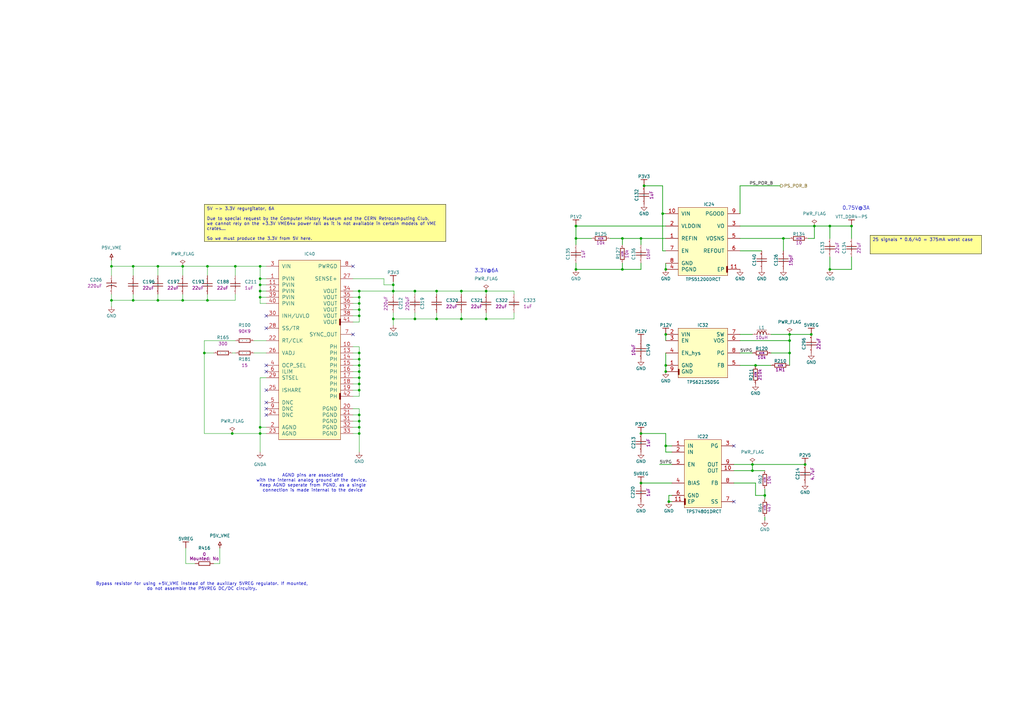
<source format=kicad_sch>
(kicad_sch (version 20250114) (generator "eeschema") (generator_version "9.0")
  (paper "A3")
  (title_block (title "Power Supply - P3V3, DDR VTT, P2V5, P5VREG") (rev "-"))
  (lib_symbols
    (symbol "Capacitors SMD:CC0402_100NF_16V_10%_X7R" (pin_names (offset 1.27))
      (property "Reference" "C" (at 3.81 3.048 0))
      (property "Description" "100nF" (at 3.81 -3.048 0))
      (symbol "CC0402_100NF_16V_10%_X7R_0_1"
        (pin passive line (at 0 0 0) (length 2.54) (name "1") (number "1"))
        (pin passive line (at 7.62 0 180) (length 2.54) (name "2") (number "2"))
      )
    )
    (symbol "Capacitors SMD:CC0402_10NF_16V_10%_X7R" (pin_names (offset 1.27))
      (property "Reference" "C" (at 3.81 3.048 0))
      (property "Val" "10nF" (at 3.81 -3.048 0))
      (symbol "CC0402_10NF_16V_10%_X7R_0_1"
        (pin passive line (at 0 0 0) (length 2.54) (name "1") (number "1"))
        (pin passive line (at 7.62 0 180) (length 2.54) (name "2") (number "2"))
      )
    )
    (symbol "Capacitors SMD:CC0402_15PF_50V_5%_C0G" (pin_names (offset 1.27))
      (property "Reference" "C" (at 3.81 3.048 0))
      (property "Val" "15pF" (at 3.81 -3.048 0))
      (symbol "CC0402_15PF_50V_5%_C0G_0_1"
        (pin passive line (at 0 0 0) (length 2.54) (name "1") (number "1"))
        (pin passive line (at 7.62 0 180) (length 2.54) (name "2") (number "2"))
      )
    )
    (symbol "Capacitors SMD:CC0402_1UF_25V_10%_X5R" (pin_names (offset 1.27))
      (property "Reference" "C" (at 3.81 3.048 0))
      (property "Val" "1uF" (at 3.81 -3.048 0))
      (symbol "CC0402_1UF_25V_10%_X5R_0_1"
        (pin passive line (at 0 0 0) (length 2.54) (name "1") (number "1"))
        (pin passive line (at 7.62 0 180) (length 2.54) (name "2") (number "2"))
      )
    )
    (symbol "Capacitors SMD:CC0402_4.7UF_6.3V_20%_X5R" (pin_names (offset 1.27))
      (property "Reference" "C" (at 3.81 3.048 0))
      (property "Val" "4.7uF" (at 3.81 -3.048 0))
      (symbol "CC0402_4.7UF_6.3V_20%_X5R_0_1"
        (pin passive line (at 0 0 0) (length 2.54) (name "1") (number "1"))
        (pin passive line (at 7.62 0 180) (length 2.54) (name "2") (number "2"))
      )
    )
    (symbol "Capacitors SMD:CC0603_22UF_10V_20%_X5R" (pin_names (offset 1.27))
      (property "Reference" "C" (at 3.81 3.048 0))
      (property "Val" "22uF" (at 3.81 -3.048 0))
      (symbol "CC0603_22UF_10V_20%_X5R_0_1"
        (pin passive line (at 0 0 0) (length 2.54) (name "1") (number "1"))
        (pin passive line (at 7.62 0 180) (length 2.54) (name "2") (number "2"))
      )
    )
    (symbol "Capacitors SMD:CC1206_10UF_25V_10%_X7R" (pin_names (offset 1.27))
      (property "Reference" "C" (at 3.81 3.048 0))
      (property "Val" "10uF" (at 3.81 -3.048 0))
      (symbol "CC1206_10UF_25V_10%_X7R_0_1"
        (pin passive line (at 0 0 0) (length 2.54) (name "1") (number "1"))
        (pin passive line (at 7.62 0 180) (length 2.54) (name "2") (number "2"))
      )
    )
    (symbol "Capacitors SMD:CC1210_220UF_6.3V_20%_X5R" (pin_names (offset 1.27))
      (property "Reference" "C" (at 3.81 3.048 0))
      (property "Val" "220uF" (at 3.81 -3.048 0))
      (symbol "CC1210_220UF_6.3V_20%_X5R_0_1"
        (pin passive line (at 0 0 0) (length 2.54) (name "1") (number "1"))
        (pin passive line (at 7.62 0 180) (length 2.54) (name "2") (number "2"))
      )
    )
    (symbol "Capacitors THD:CAER_220UF_16V_20%_PANASONIC_16SEPC220MD" (pin_names (offset 1.27))
      (property "Reference" "C" (at 3.81 3.048 0))
      (property "Description" "220uF" (at 3.81 -3.048 0))
      (symbol "CAER_220UF_16V_20%_PANASONIC_16SEPC220MD_0_1"
        (text "+" (at 2.54 0.762 900) (effects (font (size 1.27 1.27)) (justify left bottom)))
        (pin passive line (at 0 0 0) (length 2.54) (name "1") (number "1"))
        (pin passive line (at 7.62 0 180) (length 2.54) (name "2") (number "2"))
      )
    )
    (symbol "Inductors SMD:IND_10UH_20%_TDK_VLCF5020-1" (pin_names (offset 1.27))
      (property "Reference" "L" (at 3.81 2.794 0))
      (property "Val" "10uH" (at 3.81 -1.27 0))
      (symbol "IND_10UH_20%_TDK_VLCF5020-1_0_1"
        (pin passive line (at 0 0 0) (length 1.905) (name "1") (number "1"))
        (pin passive line (at 7.62 0 180) (length 1.905) (name "2") (number "2"))
      )
    )
    (symbol "R0402_10K_1%_0.0625W_100PPM_1" (pin_names (offset 1.27))
      (property "Reference" "R" (at 3.81 1.778 0))
      (property "Tolerance" "±1%" (at 3.81 0 0))
      (property "Val" "10k" (at 3.81 -1.778 0))
      (symbol "R0402_10K_1%_0.0625W_100PPM_1_0_1"
        (pin passive line (at 0 0 0) (length 1.524) (name "1") (number "1"))
        (pin passive line (at 7.62 0 180) (length 1.524) (name "2") (number "2"))
      )
    )
    (symbol "R0402_10K_1%_0.0625W_100PPM_2" (pin_names (offset 1.27))
      (property "Reference" "R" (at 3.81 1.778 0))
      (property "Tolerance" "±1%" (at 3.81 0 0))
      (property "Val" "10k" (at 3.81 -1.778 0))
      (symbol "R0402_10K_1%_0.0625W_100PPM_2_0_1"
        (pin passive line (at 0 0 0) (length 1.524) (name "1") (number "1"))
        (pin passive line (at 7.62 0 180) (length 1.524) (name "2") (number "2"))
      )
    )
    (symbol "R0402_10K_1%_0.0625W_100PPM_3" (pin_names (offset 1.27))
      (property "Reference" "R" (at 3.81 1.778 0))
      (property "Tolerance" "±1%" (at 3.81 0 0))
      (property "Val" "10k" (at 3.81 -1.778 0))
      (symbol "R0402_10K_1%_0.0625W_100PPM_3_0_1"
        (pin passive line (at 0 0 0) (length 1.524) (name "1") (number "1"))
        (pin passive line (at 7.62 0 180) (length 1.524) (name "2") (number "2"))
      )
    )
    (symbol "Regulators:LMZ31704RVQT" (pin_names (offset 1.27))
      (property "Reference" "IC" (at 12.7 1.27 0))
      (symbol "LMZ31704RVQT_0_1"
        (pin input line (at -5.08 -2.54 0) (length 5.08) (name "VIN") (number "3"))
        (pin input line (at -5.08 -7.62 0) (length 5.08) (name "PVIN") (number "1"))
        (pin input line (at -5.08 -10.16 0) (length 5.08) (name "PVIN") (number "11"))
        (pin input line (at -5.08 -12.7 0) (length 5.08) (name "PVIN") (number "12"))
        (pin input line (at -5.08 -15.24 0) (length 5.08) (name "PVIN") (number "39"))
        (pin input line (at -5.08 -17.78 0) (length 5.08) (name "PVIN") (number "40"))
        (pin input line (at -5.08 -22.86 0) (length 5.08) (name "INH/UVLO") (number "30"))
        (pin input line (at -5.08 -27.94 0) (length 5.08) (name "SS/TR") (number "28"))
        (pin open_collector line (at -5.08 -33.02 0) (length 5.08) (name "RT/CLK") (number "22"))
        (pin input line (at -5.08 -38.1 0) (length 5.08) (name "VADJ") (number "26"))
        (pin input line (at -5.08 -43.18 0) (length 5.08) (name "OCP_SEL") (number "4"))
        (pin input line (at -5.08 -45.72 0) (length 5.08) (name "ILIM") (number "6"))
        (pin input line (at -5.08 -48.26 0) (length 5.08) (name "STSEL") (number "29"))
        (pin input line (at -5.08 -53.34 0) (length 5.08) (name "ISHARE") (number "25"))
        (pin passive line (at -5.08 -58.42 0) (length 5.08) (name "DNC") (number "5"))
        (pin passive line (at -5.08 -60.96 0) (length 5.08) (name "DNC") (number "9"))
        (pin passive line (at -5.08 -63.5 0) (length 5.08) (name "DNC") (number "24"))
        (pin power_in line (at -5.08 -68.58 0) (length 5.08) (name "AGND") (number "2"))
        (pin power_in line (at -5.08 -71.12 0) (length 5.08) (name "AGND") (number "23"))
        (pin output line (at 30.48 -2.54 180) (length 5.08) (name "PWRGD") (number "8"))
        (pin input line (at 30.48 -7.62 180) (length 5.08) (name "SENSE+") (number "27"))
        (pin power_out line (at 30.48 -12.7 180) (length 5.08) (name "VOUT") (number "34"))
        (pin power_out line (at 30.48 -15.24 180) (length 5.08) (name "VOUT") (number "35"))
        (pin power_out line (at 30.48 -17.78 180) (length 5.08) (name "VOUT") (number "36"))
        (pin power_out line (at 30.48 -20.32 180) (length 5.08) (name "VOUT") (number "37"))
        (pin power_out line (at 30.48 -22.86 180) (length 5.08) (name "VOUT") (number "38"))
        (pin power_out line (at 30.48 -25.4 180) (length 5.08) (name "VOUT") (number "41"))
        (pin output line (at 30.48 -30.48 180) (length 5.08) (name "SYNC_OUT") (number "7"))
        (pin output line (at 30.48 -35.56 180) (length 5.08) (name "PH") (number "10"))
        (pin output line (at 30.48 -38.1 180) (length 5.08) (name "PH") (number "13"))
        (pin output line (at 30.48 -40.64 180) (length 5.08) (name "PH") (number "14"))
        (pin output line (at 30.48 -43.18 180) (length 5.08) (name "PH") (number "15"))
        (pin output line (at 30.48 -45.72 180) (length 5.08) (name "PH") (number "16"))
        (pin output line (at 30.48 -48.26 180) (length 5.08) (name "PH") (number "17"))
        (pin output line (at 30.48 -50.8 180) (length 5.08) (name "PH") (number "18"))
        (pin output line (at 30.48 -53.34 180) (length 5.08) (name "PH") (number "19"))
        (pin output line (at 30.48 -55.88 180) (length 5.08) (name "PH") (number "42"))
        (pin power_in line (at 30.48 -60.96 180) (length 5.08) (name "PGND") (number "20"))
        (pin power_in line (at 30.48 -63.5 180) (length 5.08) (name "PGND") (number "21"))
        (pin power_in line (at 30.48 -66.04 180) (length 5.08) (name "PGND") (number "31"))
        (pin power_in line (at 30.48 -68.58 180) (length 5.08) (name "PGND") (number "32"))
        (pin power_in line (at 30.48 -71.12 180) (length 5.08) (name "PGND") (number "33"))
      )
    )
    (symbol "Regulators:TPS51200DRCT" (pin_names (offset 1.27))
      (property "Reference" "IC" (at 10.16 1.27 0))
      (symbol "TPS51200DRCT_0_1"
        (pin input line (at -5.08 -2.54 0) (length 5.08) (name "VIN") (number "10"))
        (pin input line (at -5.08 -7.62 0) (length 5.08) (name "VLDOIN") (number "2"))
        (pin input line (at -5.08 -12.7 0) (length 5.08) (name "REFIN") (number "1"))
        (pin input line (at -5.08 -17.78 0) (length 5.08) (name "EN") (number "7"))
        (pin power_in line (at -5.08 -22.86 0) (length 5.08) (name "GND") (number "8"))
        (pin power_in line (at -5.08 -25.4 0) (length 5.08) (name "PGND") (number "4"))
        (pin output line (at 25.4 -2.54 180) (length 5.08) (name "PGOOD") (number "9"))
        (pin power_in line (at 25.4 -7.62 180) (length 5.08) (name "VO") (number "3"))
        (pin input line (at 25.4 -12.7 180) (length 5.08) (name "VOSNS") (number "5"))
        (pin output line (at 25.4 -17.78 180) (length 5.08) (name "REFOUT") (number "6"))
        (pin power_in line (at 25.4 -25.4 180) (length 5.08) (name "EP") (number "11"))
      )
    )
    (symbol "Regulators:TPS62125DSG" (pin_names (offset 1.27))
      (property "Reference" "IC" (at 10.16 1.27 0))
      (symbol "TPS62125DSG_0_1"
        (pin input line (at -5.08 -2.54 0) (length 5.08) (name "VIN") (number "2"))
        (pin input line (at -5.08 -5.08 0) (length 5.08) (name "EN") (number "3"))
        (pin input line (at -5.08 -10.16 0) (length 5.08) (name "EN_hys") (number "4"))
        (pin power_in line (at -5.08 -15.24 0) (length 5.08) (name "GND") (number "1"))
        (pin passive line (at -5.08 -17.78 0) (length 5.08) (name "GND") (number "9"))
        (pin input line (at 25.4 -2.54 180) (length 5.08) (name "SW") (number "7"))
        (pin input line (at 25.4 -5.08 180) (length 5.08) (name "VOS") (number "6"))
        (pin output line (at 25.4 -10.16 180) (length 5.08) (name "PG") (number "8"))
        (pin input line (at 25.4 -15.24 180) (length 5.08) (name "FB") (number "5"))
      )
    )
    (symbol "Regulators:TPS74801DRCT" (pin_names (offset 1.27))
      (property "Reference" "IC" (at 7.62 1.27 0))
      (symbol "TPS74801DRCT_0_1"
        (pin input line (at -5.08 -2.54 0) (length 5.08) (name "IN") (number "1"))
        (pin input line (at -5.08 -5.08 0) (length 5.08) (name "IN") (number "2"))
        (pin input line (at -5.08 -10.16 0) (length 5.08) (name "EN") (number "5"))
        (pin input line (at -5.08 -17.78 0) (length 5.08) (name "BIAS") (number "4"))
        (pin power_in line (at -5.08 -22.86 0) (length 5.08) (name "GND") (number "6"))
        (pin power_in line (at -5.08 -25.4 0) (length 5.08) (name "EP") (number "11"))
        (pin output line (at 20.32 -2.54 180) (length 5.08) (name "PG") (number "3"))
        (pin power_out line (at 20.32 -10.16 180) (length 5.08) (name "OUT") (number "9"))
        (pin power_out line (at 20.32 -12.7 180) (length 5.08) (name "OUT") (number "10"))
        (pin input line (at 20.32 -17.78 180) (length 5.08) (name "FB") (number "8"))
        (pin passive line (at 20.32 -25.4 180) (length 5.08) (name "SS") (number "7"))
      )
    )
    (symbol "Resistors SMD:R0402_10K_1%_0.0625W_100PPM" (pin_names (offset 1.27))
      (property "Reference" "R" (at 3.81 1.778 0))
      (property "Tolerance" "±1%" (at 3.81 0 0))
      (property "Val" "10k" (at 3.81 -1.778 0))
      (symbol "R0402_10K_1%_0.0625W_100PPM_0_1"
        (pin passive line (at 0 0 0) (length 1.524) (name "1") (number "1"))
        (pin passive line (at 7.62 0 180) (length 1.524) (name "2") (number "2"))
      )
    )
    (symbol "Resistors SMD:R0402_10R_1%_0.0625W_200PPM" (pin_names (offset 1.27))
      (property "Reference" "R" (at 3.81 1.778 0))
      (property "Tolerance" "±1%" (at 3.81 0 0))
      (property "Val" "10" (at 3.81 -1.778 0))
      (symbol "R0402_10R_1%_0.0625W_200PPM_0_1"
        (pin passive line (at 0 0 0) (length 1.524) (name "1") (number "1"))
        (pin passive line (at 7.62 0 180) (length 1.524) (name "2") (number "2"))
      )
    )
    (symbol "Resistors SMD:R0402_1M1_1%_0.0625W_100PPM" (pin_names (offset 1.27))
      (property "Reference" "R" (at 3.81 1.778 0))
      (property "Tolerance" "±1%" (at 3.81 0 0))
      (property "Val" "1M1" (at 3.81 -1.778 0))
      (symbol "R0402_1M1_1%_0.0625W_100PPM_0_1"
        (pin passive line (at 0 0 0) (length 1.524) (name "1") (number "1"))
        (pin passive line (at 7.62 0 180) (length 1.524) (name "2") (number "2"))
      )
    )
    (symbol "Resistors SMD:R0402_210K_1%_0.063W_100PPM" (pin_names (offset 1.27))
      (property "Reference" "R" (at 3.81 1.778 0))
      (property "Tolerance" "±1%" (at 3.81 0 0))
      (property "Val" "210k" (at 3.81 -1.778 0))
      (symbol "R0402_210K_1%_0.063W_100PPM_0_1"
        (pin passive line (at 0 0 0) (length 1.524) (name "1") (number "1"))
        (pin passive line (at 7.62 0 180) (length 1.524) (name "2") (number "2"))
      )
    )
    (symbol "Resistors SMD:R0402_300R_1%_0.0625W_100PPM" (pin_names (offset 1.27))
      (property "Reference" "R" (at 3.81 1.778 0))
      (property "Description" "±1%" (at 3.81 0 0))
      (property "Val" "300" (at 3.81 -1.778 0))
      (symbol "R0402_300R_1%_0.0625W_100PPM_0_1"
        (pin passive line (at 0 0 0) (length 1.524) (name "1") (number "1"))
        (pin passive line (at 7.62 0 180) (length 1.524) (name "2") (number "2"))
      )
    )
    (symbol "Resistors SMD:R0402_4K7_1%_0.0625W_100PPM" (pin_names (offset 1.27))
      (property "Reference" "R" (at 3.81 1.778 0))
      (property "Tolerance" "±1%" (at 3.81 0 0))
      (property "Val" "4k7" (at 3.81 -1.778 0))
      (symbol "R0402_4K7_1%_0.0625W_100PPM_0_1"
        (pin passive line (at 0 0 0) (length 1.524) (name "1") (number "1"))
        (pin passive line (at 7.62 0 180) (length 1.524) (name "2") (number "2"))
      )
    )
    (symbol "Resistors SMD:R0402_90K9_1%_0.063W_100PPM" (pin_names (offset 1.27))
      (property "Reference" "R" (at 3.81 1.778 0))
      (property "Description" "±1%" (at 3.81 0 0))
      (property "Val" "90K9" (at 3.81 -1.778 0))
      (symbol "R0402_90K9_1%_0.063W_100PPM_0_1"
        (pin passive line (at 0 0 0) (length 1.524) (name "1") (number "1"))
        (pin passive line (at 7.62 0 180) (length 1.524) (name "2") (number "2"))
      )
    )
    (symbol "Resistors SMD:R0603_15R_1%_0.1W_100PPM" (pin_names (offset 1.27))
      (property "Reference" "R" (at 3.81 1.778 0))
      (property "Description" "±1%" (at 3.81 0 0))
      (property "Val" "15" (at 3.81 -1.778 0))
      (symbol "R0603_15R_1%_0.1W_100PPM_0_1"
        (pin passive line (at 0 0 0) (length 1.524) (name "1") (number "1"))
        (pin passive line (at 7.62 0 180) (length 1.524) (name "2") (number "2"))
      )
    )
    (symbol "Resistors SMD:R1206_0R_JUMPER" (pin_names (offset 1.27))
      (property "Reference" "R" (at 3.81 1.778 0))
      (property "Description" "0" (at 3.81 -1.778 0))
      (symbol "R1206_0R_JUMPER_0_1"
        (pin passive line (at 0 0 0) (length 1.524) (name "1") (number "1"))
        (pin passive line (at 7.62 0 180) (length 1.524) (name "2") (number "2"))
      )
    )
    (symbol "power:GND" (power) (pin_names (offset 0))
      (property "Value" "GND" (at 0 -3.81 0))
      (symbol "GND_1_1"
        (pin power_in line (at 0 0 270) (length 0) (hide yes) (name "GND") (number "1"))
      )
    )
    (symbol "power:GNDA" (power) (pin_names (offset 0))
      (property "Value" "GNDA" (at 0 -3.81 0))
      (symbol "GNDA_1_1"
        (pin power_in line (at 0 0 270) (length 0) (hide yes) (name "GNDA") (number "1"))
      )
    )
    (symbol "power:PWR_FLAG" (power) (pin_numbers (hide yes)) (pin_names (offset 0) (hide yes))
      (property "Value" "PWR_FLAG" (at 0 3.81 0))
      (symbol "PWR_FLAG_0_0"
        (pin power_out line (at 0 0 90) (length 0) (name "pwr") (number "1"))
      )
    )
    (symbol "vme-wren:5VREG" (power)
      (property "Reference" "#PWR" (at 0 0 0))
      (property "Value" "5VREG" (at 0 3.81 0))
      (symbol "5VREG_0_0"
        (pin power_in line (at 0 0 0) (length 0) (hide yes) (name "5VREG") (number ""))
      )
    )
    (symbol "vme-wren:P12V" (power)
      (property "Value" "P12V" (at 0 -6.096 90))
      (symbol "P12V_0_0"
        (pin power_in line (at 0 0 0) (length 0) (hide yes) (name "P12V") (number ""))
      )
    )
    (symbol "vme-wren:P1V2" (power)
      (property "Value" "P1V2" (at 0 -3.81 0))
      (symbol "P1V2_0_0"
        (pin power_in line (at 0 0 0) (length 0) (hide yes) (name "P1V2") (number ""))
      )
    )
    (symbol "vme-wren:P2V5" (power)
      (property "Value" "P2V5" (at 0 -3.81 0))
      (symbol "P2V5_0_0"
        (pin power_in line (at 0 0 0) (length 0) (hide yes) (name "P2V5") (number ""))
      )
    )
    (symbol "vme-wren:P3V3" (power)
      (property "Value" "P3V3" (at 0 -3.81 0))
      (symbol "P3V3_0_0"
        (pin power_in line (at 0 0 0) (length 0) (hide yes) (name "P3V3") (number ""))
      )
    )
    (symbol "vme-wren:P5V_VME" (power)
      (property "Value" "P5V_VME" (at 0 -3.81 90))
      (symbol "P5V_VME_0_0"
        (pin power_in line (at 0 0 0) (length 0) (hide yes) (name "P5V_VME") (number ""))
      )
    )
    (symbol "vme-wren:VTT_DDR4-PS" (power)
      (property "Value" "VTT_DDR4-PS" (at 0 -3.81 0))
      (symbol "VTT_DDR4-PS_0_0"
        (pin power_in line (at 0 0 0) (length 0) (hide yes) (name "VTT_DDR4-PS") (number ""))
      )
    )
  )
  (text "3.3V@6A" (at 194.564 112.014 0) (effects (font (size 1.524 1.524)) (justify left bottom)))
  (text "AGND pins are associated\nwith the internal analog ground of the device. \nKeep AGND seperate from PGND, as a single\nconnection is made internal to the device\n" (at 128.27 198.12 0) (effects (font (size 1.27 1.27))))
  (text "Bypass resistor for using +5V_VME instead of the auxillary 5VREG regulator. If mounted,\ndo not assemble the P5VREG DC/DC circuitry." (at 82.804 240.538 0) (effects (font (size 1.27 1.27))))
  (text "0.75V@3A" (at 345.44 86.36 0) (effects (font (size 1.524 1.524)) (justify left bottom)))
  (text_box "25 signals * 0.6/40 = 375mA worst case" (at 356.87 96.52 0) (size 45.72 7.62) (margins 0.9525 0.9525 0.9525 0.9525) (stroke (width 0) (color 0 0 0 1)) (fill (type color) (color 255 255 150 1)) (effects (font (size 1.27 1.27)) (justify left top)))
  (text_box "5V -> 3.3V regurgitator, 6A\n\nDue to special request by the Computer History Museum and the CERN Retrocomputing Club,\nwe cannot rely on the +3.3V VME64x power rail as it is not available in certain models of VME crates...\n\nSo we must produce the 3.3V from 5V here." (at 83.82 83.82 0) (size 99.06 15.24) (margins 0.9525 0.9525 0.9525 0.9525) (stroke (width 0) (color 0 0 0 1)) (fill (type color) (color 255 255 150 1)) (effects (font (size 1.27 1.27)) (justify left top)))
  (junction (at 264.16 76.2))
  (junction (at 161.29 116.84))
  (junction (at 308.61 193.04))
  (junction (at 340.36 92.71))
  (junction (at 236.22 110.49))
  (junction (at 189.23 119.38))
  (junction (at 74.93 109.22))
  (junction (at 147.32 147.32))
  (junction (at 309.88 149.86))
  (junction (at 321.31 97.79))
  (junction (at 332.74 137.16))
  (junction (at 161.29 119.38))
  (junction (at 54.61 123.19))
  (junction (at 262.89 97.79))
  (junction (at 273.05 152.4))
  (junction (at 147.32 119.38))
  (junction (at 147.32 129.54))
  (junction (at 147.32 154.94))
  (junction (at 95.25 177.8))
  (junction (at 85.09 109.22))
  (junction (at 323.85 144.78))
  (junction (at 323.85 139.7))
  (junction (at 262.89 198.12))
  (junction (at 106.68 116.84))
  (junction (at 147.32 157.48))
  (junction (at 147.32 144.78))
  (junction (at 147.32 124.46))
  (junction (at 273.05 110.49))
  (junction (at 323.85 137.16))
  (junction (at 179.07 130.81))
  (junction (at 64.77 123.19))
  (junction (at 330.2 190.5))
  (junction (at 273.05 182.88))
  (junction (at 106.68 175.26))
  (junction (at 334.01 92.71))
  (junction (at 106.68 177.8))
  (junction (at 147.32 121.92))
  (junction (at 45.72 123.19))
  (junction (at 147.32 172.72))
  (junction (at 147.32 170.18))
  (junction (at 262.89 177.8))
  (junction (at 147.32 149.86))
  (junction (at 54.61 109.22))
  (junction (at 273.05 137.16))
  (junction (at 147.32 177.8))
  (junction (at 74.93 123.19))
  (junction (at 170.18 119.38))
  (junction (at 236.22 97.79))
  (junction (at 236.22 92.71))
  (junction (at 255.27 110.49))
  (junction (at 313.69 203.2))
  (junction (at 274.32 205.74))
  (junction (at 199.39 119.38))
  (junction (at 189.23 130.81))
  (junction (at 147.32 160.02))
  (junction (at 64.77 109.22))
  (junction (at 83.82 144.78))
  (junction (at 147.32 152.4))
  (junction (at 147.32 127))
  (junction (at 106.68 114.3))
  (junction (at 349.25 92.71))
  (junction (at 271.78 87.63))
  (junction (at 199.39 130.81))
  (junction (at 170.18 130.81))
  (junction (at 85.09 123.19))
  (junction (at 273.05 149.86))
  (junction (at 106.68 109.22))
  (junction (at 179.07 119.38))
  (junction (at 340.36 110.49))
  (junction (at 161.29 130.81))
  (junction (at 106.68 119.38))
  (junction (at 106.68 121.92))
  (junction (at 147.32 175.26))
  (junction (at 255.27 97.79))
  (junction (at 308.61 190.5))
  (junction (at 96.52 109.22))
  (junction (at 45.72 109.22))
  (no_connect (at 109.22 160.02))
  (no_connect (at 109.22 134.62))
  (no_connect (at 109.22 165.1))
  (no_connect (at 109.22 152.4))
  (no_connect (at 300.99 182.88))
  (no_connect (at 144.78 109.22))
  (no_connect (at 109.22 149.86))
  (no_connect (at 109.22 170.18))
  (no_connect (at 109.22 129.54))
  (no_connect (at 144.78 137.16))
  (no_connect (at 300.99 205.74))
  (no_connect (at 109.22 167.64))
  (wire (pts (xy 273.05 92.71) (xy 236.22 92.71)) (stroke (width 0.254)))
  (wire (pts (xy 303.53 92.71) (xy 334.01 92.71)) (stroke (width 0.254)))
  (wire (pts (xy 144.78 142.24) (xy 147.32 142.24)))
  (wire (pts (xy 147.32 177.8) (xy 147.32 185.42)))
  (wire (pts (xy 340.36 92.71) (xy 349.25 92.71)) (stroke (width 0.254)))
  (wire (pts (xy 106.68 116.84) (xy 106.68 114.3)))
  (wire (pts (xy 236.22 110.49) (xy 255.27 110.49)) (stroke (width 0.254)))
  (wire (pts (xy 189.23 128.27) (xy 189.23 130.81)))
  (wire (pts (xy 273.05 182.88) (xy 275.59 182.88)) (stroke (width 0.254)))
  (wire (pts (xy 54.61 120.65) (xy 54.61 123.19)))
  (wire (pts (xy 106.68 121.92) (xy 109.22 121.92)))
  (wire (pts (xy 273.05 177.8) (xy 273.05 182.88)) (stroke (width 0.254)))
  (wire (pts (xy 161.29 119.38) (xy 161.29 120.65)))
  (wire (pts (xy 161.29 130.81) (xy 170.18 130.81)))
  (wire (pts (xy 323.85 149.86) (xy 323.85 144.78)) (stroke (width 0.254)))
  (wire (pts (xy 85.09 123.19) (xy 96.52 123.19)))
  (wire (pts (xy 316.23 144.78) (xy 323.85 144.78)) (stroke (width 0.254)))
  (wire (pts (xy 273.05 149.86) (xy 273.05 152.4)) (stroke (width 0.254)))
  (wire (pts (xy 74.93 123.19) (xy 64.77 123.19)))
  (wire (pts (xy 340.36 110.49) (xy 349.25 110.49)) (stroke (width 0.254)))
  (wire (pts (xy 147.32 172.72) (xy 147.32 175.26)))
  (wire (pts (xy 106.68 177.8) (xy 109.22 177.8)))
  (wire (pts (xy 179.07 130.81) (xy 189.23 130.81)))
  (wire (pts (xy 144.78 114.3) (xy 157.48 114.3)))
  (wire (pts (xy 303.53 102.87) (xy 312.42 102.87)) (stroke (width 0.254)))
  (wire (pts (xy 273.05 137.16) (xy 273.05 139.7)) (stroke (width 0.254)))
  (wire (pts (xy 340.36 92.71) (xy 340.36 97.79)) (stroke (width 0.254)))
  (wire (pts (xy 179.07 119.38) (xy 189.23 119.38)))
  (wire (pts (xy 104.14 144.78) (xy 109.22 144.78)))
  (wire (pts (xy 161.29 119.38) (xy 170.18 119.38)))
  (wire (pts (xy 147.32 119.38) (xy 161.29 119.38)))
  (wire (pts (xy 144.78 160.02) (xy 147.32 160.02)))
  (wire (pts (xy 96.52 109.22) (xy 106.68 109.22)))
  (wire (pts (xy 334.01 92.71) (xy 340.36 92.71)) (stroke (width 0.254)))
  (wire (pts (xy 106.68 119.38) (xy 109.22 119.38)))
  (wire (pts (xy 147.32 121.92) (xy 147.32 119.38)))
  (wire (pts (xy 106.68 116.84) (xy 109.22 116.84)))
  (wire (pts (xy 323.85 137.16) (xy 332.74 137.16)) (stroke (width 0.254)))
  (wire (pts (xy 323.85 137.16) (xy 323.85 139.7)) (stroke (width 0.254)))
  (wire (pts (xy 303.53 144.78) (xy 308.61 144.78)) (stroke (width 0.254)))
  (wire (pts (xy 45.72 106.68) (xy 45.72 109.22)))
  (wire (pts (xy 147.32 132.08) (xy 147.32 129.54)))
  (wire (pts (xy 274.32 205.74) (xy 275.59 205.74)) (stroke (width 0.254)))
  (wire (pts (xy 313.69 204.47) (xy 313.69 203.2)) (stroke (width 0.254)))
  (wire (pts (xy 83.82 144.78) (xy 87.63 144.78)))
  (wire (pts (xy 210.82 119.38) (xy 210.82 120.65)))
  (wire (pts (xy 109.22 124.46) (xy 106.68 124.46)))
  (wire (pts (xy 64.77 109.22) (xy 64.77 113.03)))
  (wire (pts (xy 147.32 119.38) (xy 144.78 119.38)))
  (wire (pts (xy 262.89 100.33) (xy 262.89 97.79)) (stroke (width 0.254)))
  (wire (pts (xy 271.78 87.63) (xy 273.05 87.63)) (stroke (width 0.254)))
  (wire (pts (xy 109.22 109.22) (xy 106.68 109.22)))
  (wire (pts (xy 45.72 123.19) (xy 45.72 125.73)))
  (wire (pts (xy 87.63 231.14) (xy 90.17 231.14)))
  (wire (pts (xy 144.78 154.94) (xy 147.32 154.94)))
  (wire (pts (xy 303.53 97.79) (xy 321.31 97.79)) (stroke (width 0.254)))
  (wire (pts (xy 147.32 170.18) (xy 147.32 172.72)))
  (wire (pts (xy 323.85 144.78) (xy 323.85 139.7)) (stroke (width 0.254)))
  (wire (pts (xy 147.32 175.26) (xy 147.32 177.8)))
  (wire (pts (xy 106.68 154.94) (xy 106.68 175.26)))
  (wire (pts (xy 147.32 167.64) (xy 147.32 170.18)))
  (wire (pts (xy 147.32 144.78) (xy 147.32 147.32)))
  (wire (pts (xy 308.61 193.04) (xy 313.69 193.04)) (stroke (width 0.254)))
  (wire (pts (xy 334.01 97.79) (xy 331.47 97.79)) (stroke (width 0.254)))
  (wire (pts (xy 300.99 193.04) (xy 308.61 193.04)) (stroke (width 0.254)))
  (wire (pts (xy 316.23 137.16) (xy 323.85 137.16)) (stroke (width 0.254)))
  (wire (pts (xy 147.32 160.02) (xy 147.32 162.56)))
  (wire (pts (xy 199.39 119.38) (xy 199.39 120.65)))
  (wire (pts (xy 273.05 110.49) (xy 273.05 107.95)) (stroke (width 0.254)))
  (wire (pts (xy 144.78 149.86) (xy 147.32 149.86)))
  (wire (pts (xy 96.52 139.7) (xy 83.82 139.7)))
  (wire (pts (xy 85.09 123.19) (xy 74.93 123.19)))
  (wire (pts (xy 147.32 154.94) (xy 147.32 157.48)))
  (wire (pts (xy 308.61 193.04) (xy 308.61 190.5)) (stroke (width 0.254)))
  (wire (pts (xy 262.89 198.12) (xy 275.59 198.12)) (stroke (width 0.254)))
  (wire (pts (xy 309.88 198.12) (xy 309.88 203.2)) (stroke (width 0.254)))
  (wire (pts (xy 303.53 137.16) (xy 308.61 137.16)) (stroke (width 0.254)))
  (wire (pts (xy 309.88 149.86) (xy 316.23 149.86)) (stroke (width 0.254)))
  (wire (pts (xy 313.69 213.36) (xy 313.69 212.09)) (stroke (width 0.254)))
  (wire (pts (xy 161.29 128.27) (xy 161.29 130.81)))
  (wire (pts (xy 74.93 120.65) (xy 74.93 123.19)))
  (wire (pts (xy 349.25 110.49) (xy 349.25 105.41)) (stroke (width 0.254)))
  (wire (pts (xy 262.89 177.8) (xy 273.05 177.8)) (stroke (width 0.254)))
  (wire (pts (xy 236.22 97.79) (xy 242.57 97.79)) (stroke (width 0.254)))
  (wire (pts (xy 83.82 139.7) (xy 83.82 144.78)))
  (wire (pts (xy 85.09 109.22) (xy 74.93 109.22)))
  (wire (pts (xy 144.78 177.8) (xy 147.32 177.8)))
  (wire (pts (xy 144.78 157.48) (xy 147.32 157.48)))
  (wire (pts (xy 45.72 109.22) (xy 45.72 113.03)))
  (wire (pts (xy 85.09 109.22) (xy 96.52 109.22)))
  (wire (pts (xy 340.36 105.41) (xy 340.36 110.49)) (stroke (width 0.254)))
  (wire (pts (xy 303.53 76.2) (xy 320.04 76.2)) (stroke (width 0.254)))
  (wire (pts (xy 96.52 109.22) (xy 96.52 113.03)))
  (wire (pts (xy 106.68 114.3) (xy 109.22 114.3)))
  (wire (pts (xy 83.82 177.8) (xy 95.25 177.8)))
  (wire (pts (xy 144.78 144.78) (xy 147.32 144.78)))
  (wire (pts (xy 147.32 162.56) (xy 144.78 162.56)))
  (wire (pts (xy 147.32 149.86) (xy 147.32 152.4)))
  (wire (pts (xy 334.01 92.71) (xy 334.01 97.79)) (stroke (width 0.254)))
  (wire (pts (xy 179.07 119.38) (xy 179.07 120.65)))
  (wire (pts (xy 64.77 123.19) (xy 54.61 123.19)))
  (wire (pts (xy 144.78 172.72) (xy 147.32 172.72)))
  (wire (pts (xy 106.68 124.46) (xy 106.68 121.92)))
  (wire (pts (xy 179.07 128.27) (xy 179.07 130.81)))
  (wire (pts (xy 273.05 185.42) (xy 275.59 185.42)) (stroke (width 0.254)))
  (wire (pts (xy 161.29 116.84) (xy 161.29 119.38)))
  (wire (pts (xy 273.05 182.88) (xy 273.05 185.42)) (stroke (width 0.254)))
  (wire (pts (xy 321.31 97.79) (xy 323.85 97.79)) (stroke (width 0.254)))
  (wire (pts (xy 157.48 114.3) (xy 157.48 116.84)))
  (wire (pts (xy 273.05 144.78) (xy 273.05 149.86)) (stroke (width 0.254)))
  (wire (pts (xy 161.29 115.57) (xy 161.29 116.84)))
  (wire (pts (xy 199.39 128.27) (xy 199.39 130.81)))
  (wire (pts (xy 199.39 130.81) (xy 210.82 130.81)))
  (wire (pts (xy 144.78 121.92) (xy 147.32 121.92)))
  (wire (pts (xy 144.78 175.26) (xy 147.32 175.26)))
  (wire (pts (xy 309.88 203.2) (xy 313.69 203.2)) (stroke (width 0.254)))
  (wire (pts (xy 144.78 167.64) (xy 147.32 167.64)))
  (wire (pts (xy 144.78 129.54) (xy 147.32 129.54)))
  (wire (pts (xy 54.61 109.22) (xy 54.61 113.03)))
  (wire (pts (xy 144.78 152.4) (xy 147.32 152.4)))
  (wire (pts (xy 106.68 175.26) (xy 106.68 177.8)))
  (wire (pts (xy 255.27 100.33) (xy 255.27 97.79)) (stroke (width 0.254)))
  (wire (pts (xy 170.18 119.38) (xy 170.18 120.65)))
  (wire (pts (xy 271.78 87.63) (xy 271.78 102.87)) (stroke (width 0.254)))
  (wire (pts (xy 106.68 121.92) (xy 106.68 119.38)))
  (wire (pts (xy 147.32 147.32) (xy 147.32 149.86)))
  (wire (pts (xy 274.32 205.74) (xy 274.32 203.2)) (stroke (width 0.254)))
  (wire (pts (xy 321.31 102.87) (xy 321.31 97.79)) (stroke (width 0.254)))
  (wire (pts (xy 255.27 107.95) (xy 255.27 110.49)) (stroke (width 0.254)))
  (wire (pts (xy 85.09 109.22) (xy 85.09 113.03)))
  (wire (pts (xy 262.89 97.79) (xy 273.05 97.79)) (stroke (width 0.254)))
  (wire (pts (xy 189.23 119.38) (xy 189.23 120.65)))
  (wire (pts (xy 96.52 123.19) (xy 96.52 120.65)))
  (wire (pts (xy 147.32 129.54) (xy 147.32 127)))
  (wire (pts (xy 271.78 76.2) (xy 271.78 87.63)) (stroke (width 0.254)))
  (wire (pts (xy 106.68 177.8) (xy 106.68 185.42)))
  (wire (pts (xy 313.69 203.2) (xy 313.69 200.66)) (stroke (width 0.254)))
  (wire (pts (xy 262.89 110.49) (xy 262.89 107.95)) (stroke (width 0.254)))
  (wire (pts (xy 64.77 109.22) (xy 54.61 109.22)))
  (wire (pts (xy 147.32 142.24) (xy 147.32 144.78)))
  (wire (pts (xy 308.61 190.5) (xy 330.2 190.5)) (stroke (width 0.254)))
  (wire (pts (xy 199.39 119.38) (xy 210.82 119.38)))
  (wire (pts (xy 76.2 224.79) (xy 76.2 231.14)))
  (wire (pts (xy 300.99 190.5) (xy 308.61 190.5)) (stroke (width 0.254)))
  (wire (pts (xy 270.51 190.5) (xy 275.59 190.5)) (stroke (width 0.254)))
  (wire (pts (xy 274.32 203.2) (xy 275.59 203.2)) (stroke (width 0.254)))
  (wire (pts (xy 271.78 102.87) (xy 273.05 102.87)) (stroke (width 0.254)))
  (wire (pts (xy 64.77 120.65) (xy 64.77 123.19)))
  (wire (pts (xy 236.22 107.95) (xy 236.22 110.49)) (stroke (width 0.254)))
  (wire (pts (xy 161.29 130.81) (xy 161.29 133.35)))
  (wire (pts (xy 54.61 123.19) (xy 45.72 123.19)))
  (wire (pts (xy 323.85 139.7) (xy 303.53 139.7)) (stroke (width 0.254)))
  (wire (pts (xy 144.78 127) (xy 147.32 127)))
  (wire (pts (xy 349.25 92.71) (xy 349.25 97.79)) (stroke (width 0.254)))
  (wire (pts (xy 74.93 109.22) (xy 64.77 109.22)))
  (wire (pts (xy 147.32 124.46) (xy 147.32 121.92)))
  (wire (pts (xy 106.68 175.26) (xy 109.22 175.26)))
  (wire (pts (xy 95.25 177.8) (xy 106.68 177.8)))
  (wire (pts (xy 147.32 152.4) (xy 147.32 154.94)))
  (wire (pts (xy 170.18 119.38) (xy 179.07 119.38)))
  (wire (pts (xy 170.18 130.81) (xy 179.07 130.81)))
  (wire (pts (xy 147.32 127) (xy 147.32 124.46)))
  (wire (pts (xy 74.93 109.22) (xy 74.93 113.03)))
  (wire (pts (xy 300.99 198.12) (xy 309.88 198.12)) (stroke (width 0.254)))
  (wire (pts (xy 250.19 97.79) (xy 255.27 97.79)) (stroke (width 0.254)))
  (wire (pts (xy 106.68 114.3) (xy 106.68 109.22)))
  (wire (pts (xy 189.23 130.81) (xy 199.39 130.81)))
  (wire (pts (xy 95.25 144.78) (xy 96.52 144.78)))
  (wire (pts (xy 144.78 170.18) (xy 147.32 170.18)))
  (wire (pts (xy 90.17 231.14) (xy 90.17 224.79)))
  (wire (pts (xy 76.2 231.14) (xy 80.01 231.14)))
  (wire (pts (xy 45.72 123.19) (xy 45.72 120.65)))
  (wire (pts (xy 236.22 97.79) (xy 236.22 100.33)) (stroke (width 0.254)))
  (wire (pts (xy 85.09 120.65) (xy 85.09 123.19)))
  (wire (pts (xy 210.82 130.81) (xy 210.82 128.27)))
  (wire (pts (xy 255.27 110.49) (xy 262.89 110.49)) (stroke (width 0.254)))
  (wire (pts (xy 303.53 149.86) (xy 309.88 149.86)) (stroke (width 0.254)))
  (wire (pts (xy 109.22 154.94) (xy 106.68 154.94)))
  (wire (pts (xy 144.78 147.32) (xy 147.32 147.32)))
  (wire (pts (xy 106.68 119.38) (xy 106.68 116.84)))
  (wire (pts (xy 83.82 144.78) (xy 83.82 177.8)))
  (wire (pts (xy 170.18 128.27) (xy 170.18 130.81)))
  (wire (pts (xy 104.14 139.7) (xy 109.22 139.7)))
  (wire (pts (xy 147.32 157.48) (xy 147.32 160.02)))
  (wire (pts (xy 255.27 97.79) (xy 262.89 97.79)) (stroke (width 0.254)))
  (wire (pts (xy 236.22 92.71) (xy 236.22 97.79)) (stroke (width 0.254)))
  (wire (pts (xy 157.48 116.84) (xy 161.29 116.84)))
  (wire (pts (xy 144.78 124.46) (xy 147.32 124.46)))
  (wire (pts (xy 144.78 132.08) (xy 147.32 132.08)))
  (wire (pts (xy 264.16 76.2) (xy 271.78 76.2)) (stroke (width 0.254)))
  (wire (pts (xy 303.53 87.63) (xy 303.53 76.2)) (stroke (width 0.254)))
  (wire (pts (xy 54.61 109.22) (xy 45.72 109.22)))
  (wire (pts (xy 189.23 119.38) (xy 199.39 119.38)))
  (label "5VPG" (at 270.51 190.5 0))
  (label "PS_POR_B" (at 307.34 76.2 0))
  (label "5VPG" (at 303.53 144.78 0))
  (hierarchical_label "PS_POR_B" (shape output) (at 320.04 76.2 0))
  (symbol (lib_id "Resistors SMD:R0402_10R_1%_0.0625W_200PPM") (at 331.47 97.79 0) (mirror y) (unit 1)
    (property "Reference" "R134" (at 327.66 96.012 0))
    (property "Value" "R0402_10R_1%_0.0625W_200PPM" (effects (hide yes)))
    (property "Footprint" "Resistors SMD:RESC1005X40N" (effects (hide yes)))
    (property "SMD" "Yes" (effects (hide yes)))
    (property "Tolerance" "±1%" (at 327.66 97.79 0) (effects (font (size 0.635 0.635))))
    (property "Val" "10" (at 327.66 99.568 0))
    (property "Part Number" "R0402_10R_1%_0.0625W_200PPM" (effects (hide yes)))
    (property "Library Ref" "Resistor - 1%" (effects (hide yes)))
    (property "Library Path" "SchLib\\Resistors.SchLib" (effects (hide yes)))
    (property "Comment" "10" (effects (hide yes)))
    (property "Component Kind" "Standard" (effects (hide yes)))
    (property "Component Type" "Standard" (effects (hide yes)))
    (property "PackageDescription" " " (effects (hide yes)))
    (property "Pin Count" "2" (effects (hide yes)))
    (property "Footprint Path" "PcbLib\\Resistors SMD.PcbLib" (effects (hide yes)))
    (property "Footprint Ref" "RESC1005X40N" (effects (hide yes)))
    (property "Status" "Not Recommended" (effects (hide yes)))
    (property "Power" "0.0625W" (effects (hide yes)))
    (property "Voltage" " " (effects (hide yes)))
    (property "Part Description" "General Purpose Thick Film Chip Resistor" (effects (hide yes)))
    (property "Manufacturer" "GENERIC" (effects (hide yes)))
    (property "Manufacturer Part Number" "R0402_10R_1%_0.0625W_200PPM" (effects (hide yes)))
    (property "Case" "0402" (effects (hide yes)))
    (property "PressFit" "No" (effects (hide yes)))
    (property "Mounted" "Yes" (effects (hide yes)))
    (property "Sense Comment" " " (effects (hide yes)))
    (property "Sense" "No" (effects (hide yes)))
    (property "Status Comment" " " (effects (hide yes)))
    (property "Socket" "No" (effects (hide yes)))
    (property "ComponentHeight" " " (effects (hide yes)))
    (property "Manufacturer1 Example" "YAGEO PHYCOMP" (effects (hide yes)))
    (property "Manufacturer1 Part Number" "232270671009L" (effects (hide yes)))
    (property "Manufacturer1 ComponentHeight" "0.4mm" (effects (hide yes)))
    (property "Author" "CERN DEM JLC" (effects (hide yes)))
    (property "CreateDate" "06/24/09 00:00:00" (effects (hide yes)))
    (property "LatestRevisionDate" "10/17/12 00:00:00" (effects (hide yes)))
    (property "Database Table Name" "Resistors" (effects (hide yes)))
    (property "Library Name" "Resistors SMD" (effects (hide yes)))
    (property "Footprint Library" "Resistors SMD" (effects (hide yes)))
    (property "License" "CC-BY-SA 4.0" (effects (hide yes)))
  )
  (symbol (lib_id "power:GND") (at 264.16 83.82 0) (unit 1)
    (property "Reference" "#PWR0618" (effects (hide yes)))
    (property "Value" "GND" (at 264.16 87.63 0))
    (property "Description" "GROUND power-flag symbol" (effects (hide yes)))
  )
  (symbol (lib_id "Capacitors SMD:CC0402_15PF_50V_5%_C0G") (at 321.31 110.49 90) (unit 1)
    (property "Reference" "C126" (at 318.262 106.68 0))
    (property "Value" "CC0402_15PF_50V_5%_C0G" (effects (hide yes)))
    (property "Footprint" "Capacitors SMD:CAPC1005X55N" (effects (hide yes)))
    (property "SMD" "Yes" (effects (hide yes)))
    (property "Val" "15pF" (at 324.358 106.68 0))
    (property "Part Number" "CC0402_15PF_50V_5%_C0G" (effects (hide yes)))
    (property "Library Ref" "Capacitor - non polarized" (effects (hide yes)))
    (property "Library Path" "SchLib\\Capacitors.SchLib" (effects (hide yes)))
    (property "Comment" "15pF" (effects (hide yes)))
    (property "Component Kind" "Standard" (effects (hide yes)))
    (property "Component Type" "Standard" (effects (hide yes)))
    (property "Pin Count" "2" (effects (hide yes)))
    (property "Footprint Path" "PcbLib\\Capacitors SMD.PcbLib" (effects (hide yes)))
    (property "Footprint Ref" "CAPC1005X55N" (effects (hide yes)))
    (property "PackageDescription" " " (effects (hide yes)))
    (property "Status" "Preferred" (effects (hide yes)))
    (property "Status Comment" " " (effects (hide yes)))
    (property "Voltage" "50V" (effects (hide yes)))
    (property "Tolerance" "±5%" (effects (hide yes)))
    (property "Part Description" "SMD Multilayer Chip Ceramic Capacitor" (effects (hide yes)))
    (property "Manufacturer" "GENERIC" (effects (hide yes)))
    (property "Manufacturer Part Number" "CC0402_15PF_50V_5%_C0G" (effects (hide yes)))
    (property "Case" "0402" (effects (hide yes)))
    (property "Mounted" "Yes" (effects (hide yes)))
    (property "Socket" "No" (effects (hide yes)))
    (property "PressFit" " " (effects (hide yes)))
    (property "Sense" "No" (effects (hide yes)))
    (property "Sense Comment" " " (effects (hide yes)))
    (property "ComponentHeight" " " (effects (hide yes)))
    (property "Manufacturer1 Example" "KEMET" (effects (hide yes)))
    (property "Manufacturer1 Part Number" "C0402C150J5GACTU" (effects (hide yes)))
    (property "Manufacturer1 ComponentHeight" "0.55mm" (effects (hide yes)))
    (property "Author" "CERN DEM JLC" (effects (hide yes)))
    (property "CreateDate" "12/03/07 00:00:00" (effects (hide yes)))
    (property "LatestRevisionDate" "04/22/15 00:00:00" (effects (hide yes)))
    (property "Database Table Name" "Capacitors" (effects (hide yes)))
    (property "Library Name" "Capacitors SMD" (effects (hide yes)))
    (property "Footprint Library" "Capacitors SMD" (effects (hide yes)))
    (property "License" "CC-BY-SA 4.0" (effects (hide yes)))
  )
  (symbol (lib_id "power:GND") (at 273.05 152.4 0) (unit 1)
    (property "Reference" "#PWR0630" (effects (hide yes)))
    (property "Value" "GND" (at 273.05 156.21 0))
    (property "Description" "GROUND power-flag symbol" (effects (hide yes)))
  )
  (symbol (lib_id "power:GND") (at 236.22 110.49 0) (unit 1)
    (property "Reference" "#PWR0621" (effects (hide yes)))
    (property "Value" "GND" (at 236.22 114.3 0))
    (property "Description" "GROUND power-flag symbol" (effects (hide yes)))
  )
  (symbol (lib_id "Resistors SMD:R0402_10K_1%_0.0625W_100PPM") (at 255.27 107.95 90) (unit 1)
    (property "Reference" "R127" (at 253.492 103.886 0))
    (property "Value" "R0402_10K_1%_0.0625W_100PPM" (effects (hide yes)))
    (property "Footprint" "Resistors SMD:RESC1005X40N" (effects (hide yes)))
    (property "SMD" "Yes" (effects (hide yes)))
    (property "Tolerance" "±1%" (at 255.27 104.14 0) (effects (font (size 0.635 0.635))))
    (property "Val" "10k" (at 257.048 104.14 0))
    (property "Part Number" "R0402_10K_1%_0.0625W_100PPM" (effects (hide yes)))
    (property "Library Ref" "Resistor - 1%" (effects (hide yes)))
    (property "Library Path" "SchLib\\Resistors.SchLib" (effects (hide yes)))
    (property "Comment" "10k" (effects (hide yes)))
    (property "Component Kind" "Standard" (effects (hide yes)))
    (property "Component Type" "Standard" (effects (hide yes)))
    (property "PackageDescription" " " (effects (hide yes)))
    (property "Pin Count" "2" (effects (hide yes)))
    (property "Footprint Path" "PcbLib\\Resistors SMD.PcbLib" (effects (hide yes)))
    (property "Footprint Ref" "RESC1005X40N" (effects (hide yes)))
    (property "Status" "Not Recommended" (effects (hide yes)))
    (property "Power" "0.0625W" (effects (hide yes)))
    (property "Voltage" " " (effects (hide yes)))
    (property "Part Description" "General Purpose Thick Film Chip Resistor" (effects (hide yes)))
    (property "Manufacturer" "GENERIC" (effects (hide yes)))
    (property "Manufacturer Part Number" "R0402_10K_1%_0.0625W_100PPM" (effects (hide yes)))
    (property "Case" "0402" (effects (hide yes)))
    (property "PressFit" "No" (effects (hide yes)))
    (property "Mounted" "Yes" (effects (hide yes)))
    (property "Sense Comment" " " (effects (hide yes)))
    (property "Sense" "No" (effects (hide yes)))
    (property "Status Comment" " " (effects (hide yes)))
    (property "Socket" "No" (effects (hide yes)))
    (property "ComponentHeight" " " (effects (hide yes)))
    (property "Manufacturer1 Example" "YAGEO PHYCOMP" (effects (hide yes)))
    (property "Manufacturer1 Part Number" "232270671003L" (effects (hide yes)))
    (property "Manufacturer1 ComponentHeight" "0.4mm" (effects (hide yes)))
    (property "Author" "CERN DEM JLC" (effects (hide yes)))
    (property "CreateDate" "12/03/07 00:00:00" (effects (hide yes)))
    (property "LatestRevisionDate" "10/17/12 00:00:00" (effects (hide yes)))
    (property "Database Table Name" "Resistors" (effects (hide yes)))
    (property "Library Name" "Resistors SMD" (effects (hide yes)))
    (property "Footprint Library" "Resistors SMD" (effects (hide yes)))
    (property "License" "CC-BY-SA 4.0" (effects (hide yes)))
  )
  (symbol (lib_id "power:PWR_FLAG") (at 323.85 137.16 0) (unit 1)
    (property "Reference" "#FLG011" (effects (hide yes)))
    (property "Value" "PWR_FLAG" (at 323.85 132.08 0))
    (property "Description" "general power-flag symbol" (effects (hide yes)))
  )
  (symbol (lib_id "Resistors SMD:R1206_0R_JUMPER") (at 80.01 231.14 0) (unit 1)
    (property "Reference" "R416" (at 83.82 224.79 0))
    (property "Value" "R1206_0R_JUMPER" (effects (hide yes)))
    (property "Footprint" "Resistors SMD:RESC3216X65N" (effects (hide yes)))
    (property "Description" "0" (at 83.82 227.33 0))
    (property "Part Number" "R1206_0R_JUMPER" (effects (hide yes)))
    (property "Library Ref" "Resistor" (effects (hide yes)))
    (property "Library Path" "SchLib\\Resistors.SchLib" (effects (hide yes)))
    (property "Comment" "0" (effects (hide yes)))
    (property "Component Kind" "Standard" (effects (hide yes)))
    (property "Component Type" "Standard" (effects (hide yes)))
    (property "PackageDescription" " " (effects (hide yes)))
    (property "Pin Count" "2" (effects (hide yes)))
    (property "Footprint Path" "PcbLib\\Resistors SMD.PcbLib" (effects (hide yes)))
    (property "Footprint Ref" "RESC3216X65N" (effects (hide yes)))
    (property "Status" "Preferred" (effects (hide yes)))
    (property "Power" " " (effects (hide yes)))
    (property "TC" " " (effects (hide yes)))
    (property "Voltage" " " (effects (hide yes)))
    (property "Tolerance" " " (effects (hide yes)))
    (property "Part Description" "2A (0.05R Max DC Resistance) Zero Ohm Jumper" (effects (hide yes)))
    (property "Manufacturer" "GENERIC" (effects (hide yes)))
    (property "Manufacturer Part Number" "R1206_0R_JUMPER" (effects (hide yes)))
    (property "Case" "1206" (effects (hide yes)))
    (property "PressFit" "No" (effects (hide yes)))
    (property "Mounted" "No" (at 77.724 229.108 0) (show_name yes) (effects (justify left)))
    (property "Sense Comment" " " (effects (hide yes)))
    (property "Sense" "No" (effects (hide yes)))
    (property "Status Comment" " " (effects (hide yes)))
    (property "Socket" "No" (effects (hide yes)))
    (property "SMD" "Yes" (effects (hide yes)))
    (property "ComponentHeight" " " (effects (hide yes)))
    (property "Manufacturer1 Example" "NIC COMPONENT" (effects (hide yes)))
    (property "Manufacturer1 Part Number" "NRC12Z0" (effects (hide yes)))
    (property "Manufacturer1 ComponentHeight" "0.65mm" (effects (hide yes)))
    (property "Author" "CERN DEM JLC" (effects (hide yes)))
    (property "CreateDate" "12/03/07 00:00:00" (effects (hide yes)))
    (property "LatestRevisionDate" "03/13/08 00:00:00" (effects (hide yes)))
    (property "Database Table Name" "Resistors" (effects (hide yes)))
    (property "Library Name" "Resistors SMD" (effects (hide yes)))
    (property "Footprint Library" "Resistors SMD" (effects (hide yes)))
    (property "License" "CC-BY-SA 4.0" (effects (hide yes)))
  )
  (symbol (lib_id "power:GND") (at 161.29 133.35 0) (unit 1)
    (property "Reference" "#PWR0534" (effects (hide yes)))
    (property "Value" "GND" (at 161.29 137.16 0))
    (property "Description" "GROUND power-flag symbol" (effects (hide yes)))
  )
  (symbol (lib_name "R0402_10K_1%_0.0625W_100PPM_3") (lib_id "Resistors SMD:R0402_10K_1%_0.0625W_100PPM") (at 250.19 97.79 0) (mirror y) (unit 1)
    (property "Reference" "R125" (at 246.38 96.012 0))
    (property "Value" "R0402_10K_1%_0.0625W_100PPM" (effects (hide yes)))
    (property "Footprint" "Resistors SMD:RESC1005X40N" (effects (hide yes)))
    (property "SMD" "Yes" (effects (hide yes)))
    (property "Tolerance" "±1%" (at 246.38 97.79 0) (effects (font (size 0.635 0.635))))
    (property "Val" "10k" (at 246.38 99.568 0))
    (property "Part Number" "R0402_10K_1%_0.0625W_100PPM" (effects (hide yes)))
    (property "Library Ref" "Resistor - 1%" (effects (hide yes)))
    (property "Library Path" "SchLib\\Resistors.SchLib" (effects (hide yes)))
    (property "Comment" "10k" (effects (hide yes)))
    (property "Component Kind" "Standard" (effects (hide yes)))
    (property "Component Type" "Standard" (effects (hide yes)))
    (property "PackageDescription" " " (effects (hide yes)))
    (property "Pin Count" "2" (effects (hide yes)))
    (property "Footprint Path" "PcbLib\\Resistors SMD.PcbLib" (effects (hide yes)))
    (property "Footprint Ref" "RESC1005X40N" (effects (hide yes)))
    (property "Status" "Not Recommended" (effects (hide yes)))
    (property "Power" "0.0625W" (effects (hide yes)))
    (property "Voltage" " " (effects (hide yes)))
    (property "Part Description" "General Purpose Thick Film Chip Resistor" (effects (hide yes)))
    (property "Manufacturer" "GENERIC" (effects (hide yes)))
    (property "Manufacturer Part Number" "R0402_10K_1%_0.0625W_100PPM" (effects (hide yes)))
    (property "Case" "0402" (effects (hide yes)))
    (property "PressFit" "No" (effects (hide yes)))
    (property "Mounted" "Yes" (effects (hide yes)))
    (property "Sense Comment" " " (effects (hide yes)))
    (property "Sense" "No" (effects (hide yes)))
    (property "Status Comment" " " (effects (hide yes)))
    (property "Socket" "No" (effects (hide yes)))
    (property "ComponentHeight" " " (effects (hide yes)))
    (property "Manufacturer1 Example" "YAGEO PHYCOMP" (effects (hide yes)))
    (property "Manufacturer1 Part Number" "232270671003L" (effects (hide yes)))
    (property "Manufacturer1 ComponentHeight" "0.4mm" (effects (hide yes)))
    (property "Author" "CERN DEM JLC" (effects (hide yes)))
    (property "CreateDate" "12/03/07 00:00:00" (effects (hide yes)))
    (property "LatestRevisionDate" "10/17/12 00:00:00" (effects (hide yes)))
    (property "Database Table Name" "Resistors" (effects (hide yes)))
    (property "Library Name" "Resistors SMD" (effects (hide yes)))
    (property "Footprint Library" "Resistors SMD" (effects (hide yes)))
    (property "License" "CC-BY-SA 4.0" (effects (hide yes)))
  )
  (symbol (lib_id "Capacitors SMD:CC1210_220UF_6.3V_20%_X5R") (at 161.29 120.65 270) (unit 1)
    (property "Reference" "C212" (at 164.338 124.46 0))
    (property "Value" "CC1210_220UF_6.3V_20%_X5R" (effects (hide yes)))
    (property "Footprint" "Capacitors SMD:CAPC3225X280N" (effects (hide yes)))
    (property "SMD" "Yes" (effects (hide yes)))
    (property "Val" "220uF" (at 158.242 124.46 0))
    (property "Part Number" "CC1210_220UF_6.3V_20%_X5R" (effects (hide yes)))
    (property "Library Ref" "Capacitor - non polarized" (effects (hide yes)))
    (property "Library Path" "SchLib\\Capacitors.SchLib" (effects (hide yes)))
    (property "Comment" "220uF" (effects (hide yes)))
    (property "Component Kind" "Standard" (effects (hide yes)))
    (property "Component Type" "Standard" (effects (hide yes)))
    (property "Pin Count" "2" (effects (hide yes)))
    (property "Footprint Path" "PcbLib\\Capacitors SMD.PcbLib" (effects (hide yes)))
    (property "Footprint Ref" "CAPC3225X280N" (effects (hide yes)))
    (property "PackageDescription" " " (effects (hide yes)))
    (property "Status" "Preferred" (effects (hide yes)))
    (property "Status Comment" " " (effects (hide yes)))
    (property "Voltage" "6.3V" (effects (hide yes)))
    (property "Tolerance" "±20%" (effects (hide yes)))
    (property "Part Description" "SMD Multilayer Chip Ceramic Capacitor" (effects (hide yes)))
    (property "Manufacturer" "GENERIC" (effects (hide yes)))
    (property "Manufacturer Part Number" "CC1210_220UF_6.3V_20%_X5R" (effects (hide yes)))
    (property "Case" "1210" (effects (hide yes)))
    (property "Mounted" "Yes" (effects (hide yes)))
    (property "Socket" "No" (effects (hide yes)))
    (property "PressFit" " " (effects (hide yes)))
    (property "Sense" "No" (effects (hide yes)))
    (property "Sense Comment" " " (effects (hide yes)))
    (property "ComponentHeight" " " (effects (hide yes)))
    (property "Manufacturer1 Example" "MURATA" (effects (hide yes)))
    (property "Manufacturer1 Part Number" "GRM32ER60J227ME05L" (effects (hide yes)))
    (property "Manufacturer1 ComponentHeight" "2.8mm" (effects (hide yes)))
    (property "Author" "CERN DEM JLC" (effects (hide yes)))
    (property "CreateDate" "11/19/18 00:00:00" (effects (hide yes)))
    (property "LatestRevisionDate" "11/19/18 00:00:00" (effects (hide yes)))
    (property "Database Table Name" "Capacitors" (effects (hide yes)))
    (property "Library Name" "Capacitors SMD" (effects (hide yes)))
    (property "Footprint Library" "Capacitors SMD" (effects (hide yes)))
    (property "License" "CC-BY-SA 4.0" (effects (hide yes)))
  )
  (symbol (lib_id "vme-wren:P5V_VME") (at 90.17 224.79 180) (unit 1)
    (property "Reference" "#PWR01266" (effects (hide yes)))
    (property "Value" "P5V_VME" (at 90.17 219.71 0))
  )
  (symbol (lib_id "power:GND") (at 330.2 198.12 0) (unit 1)
    (property "Reference" "#PWR0615" (effects (hide yes)))
    (property "Value" "GND" (at 330.2 201.93 0))
    (property "Description" "GROUND power-flag symbol" (effects (hide yes)))
  )
  (symbol (lib_id "power:GND") (at 312.42 110.49 0) (unit 1)
    (property "Reference" "#PWR0613" (effects (hide yes)))
    (property "Value" "GND" (at 312.42 114.3 0))
    (property "Description" "GROUND power-flag symbol" (effects (hide yes)))
  )
  (symbol (lib_id "Capacitors SMD:CC0402_4.7UF_6.3V_20%_X5R") (at 330.2 198.12 90) (unit 1)
    (property "Reference" "C214" (at 327.152 194.31 0))
    (property "Value" "CC0402_4.7UF_6.3V_20%_X5R" (effects (hide yes)))
    (property "Footprint" "Capacitors SMD:CAPC1005X55N" (effects (hide yes)))
    (property "SMD" "Yes" (effects (hide yes)))
    (property "Val" "4.7uF" (at 333.248 194.31 0))
    (property "Part Number" "CC0402_4.7UF_6.3V_20%_X5R" (effects (hide yes)))
    (property "Library Ref" "Capacitor - non polarized" (effects (hide yes)))
    (property "Library Path" "SchLib\\Capacitors.SchLib" (effects (hide yes)))
    (property "Comment" "4.7uF" (effects (hide yes)))
    (property "Component Kind" "Standard" (effects (hide yes)))
    (property "Component Type" "Standard" (effects (hide yes)))
    (property "Pin Count" "2" (effects (hide yes)))
    (property "Footprint Path" "PcbLib\\Capacitors SMD.PcbLib" (effects (hide yes)))
    (property "Footprint Ref" "CAPC1005X55N" (effects (hide yes)))
    (property "PackageDescription" " " (effects (hide yes)))
    (property "Status" "Preferred" (effects (hide yes)))
    (property "Status Comment" " " (effects (hide yes)))
    (property "Voltage" "6.3V" (effects (hide yes)))
    (property "Tolerance" "±20%" (effects (hide yes)))
    (property "Part Description" "SMD Multilayer Chip Ceramic Capacitor" (effects (hide yes)))
    (property "Manufacturer" "GENERIC" (effects (hide yes)))
    (property "Manufacturer Part Number" "CC0402_4.7UF_6.3V_20%_X5R" (effects (hide yes)))
    (property "Case" "0402" (effects (hide yes)))
    (property "Mounted" "Yes" (effects (hide yes)))
    (property "Socket" "No" (effects (hide yes)))
    (property "PressFit" " " (effects (hide yes)))
    (property "Sense" "No" (effects (hide yes)))
    (property "Sense Comment" " " (effects (hide yes)))
    (property "ComponentHeight" " " (effects (hide yes)))
    (property "Manufacturer1 Example" "TDK" (effects (hide yes)))
    (property "Manufacturer1 Part Number" "C1005X5R0J475M050" (effects (hide yes)))
    (property "Manufacturer1 ComponentHeight" "0.65mm" (effects (hide yes)))
    (property "Author" "CERN DEM JLC" (effects (hide yes)))
    (property "CreateDate" "03/03/15 00:00:00" (effects (hide yes)))
    (property "LatestRevisionDate" "03/03/15 00:00:00" (effects (hide yes)))
    (property "Database Table Name" "Capacitors" (effects (hide yes)))
    (property "Library Name" "Capacitors SMD" (effects (hide yes)))
    (property "Footprint Library" "Capacitors SMD" (effects (hide yes)))
    (property "License" "CC-BY-SA 4.0" (effects (hide yes)))
  )
  (symbol (lib_id "Capacitors SMD:CC0603_22UF_10V_20%_X5R") (at 349.25 105.41 90) (unit 1)
    (property "Reference" "C134" (at 346.202 101.6 0))
    (property "Value" "CC0603_22UF_10V_20%_X5R" (effects (hide yes)))
    (property "Footprint" "Capacitors SMD:CAPC1608X90N" (effects (hide yes)))
    (property "SMD" "Yes" (effects (hide yes)))
    (property "Val" "22uF" (at 352.298 101.6 0))
    (property "Part Number" "CC0603_22UF_10V_20%_X5R" (effects (hide yes)))
    (property "Library Ref" "Capacitor - non polarized" (effects (hide yes)))
    (property "Library Path" "SchLib\\Capacitors.SchLib" (effects (hide yes)))
    (property "Comment" "22uF" (effects (hide yes)))
    (property "Component Kind" "Standard" (effects (hide yes)))
    (property "Component Type" "Standard" (effects (hide yes)))
    (property "Pin Count" "2" (effects (hide yes)))
    (property "Footprint Path" "PcbLib\\Capacitors SMD.PcbLib" (effects (hide yes)))
    (property "Footprint Ref" "CAPC1608X90N" (effects (hide yes)))
    (property "PackageDescription" " " (effects (hide yes)))
    (property "Status" "None" (effects (hide yes)))
    (property "Status Comment" " " (effects (hide yes)))
    (property "Voltage" "10V" (effects (hide yes)))
    (property "Tolerance" "±20%" (effects (hide yes)))
    (property "Part Description" "SMD Multilayer Chip Ceramic Capacitor" (effects (hide yes)))
    (property "Manufacturer" "GENERIC" (effects (hide yes)))
    (property "Manufacturer Part Number" "CC0603_22UF_10V_20%_X5R" (effects (hide yes)))
    (property "Case" "0603" (effects (hide yes)))
    (property "Mounted" "Yes" (effects (hide yes)))
    (property "Socket" "No" (effects (hide yes)))
    (property "PressFit" " " (effects (hide yes)))
    (property "Sense" "No" (effects (hide yes)))
    (property "Sense Comment" " " (effects (hide yes)))
    (property "ComponentHeight" " " (effects (hide yes)))
    (property "Manufacturer1 Example" "TDK" (effects (hide yes)))
    (property "Manufacturer1 Part Number" "C1608X5R1A226M080" (effects (hide yes)))
    (property "Manufacturer1 ComponentHeight" "0.9mm" (effects (hide yes)))
    (property "Author" "CERN DEM BC" (effects (hide yes)))
    (property "CreateDate" "12/03/20 00:00:00" (effects (hide yes)))
    (property "LatestRevisionDate" "12/03/20 00:00:00" (effects (hide yes)))
    (property "Database Table Name" "Capacitors" (effects (hide yes)))
    (property "Library Name" "Capacitors SMD" (effects (hide yes)))
    (property "Footprint Library" "Capacitors SMD" (effects (hide yes)))
    (property "License" "CC-BY-SA 4.0" (effects (hide yes)))
  )
  (symbol (lib_id "Regulators:TPS51200DRCT") (at 278.13 85.09 0) (unit 1)
    (property "Reference" "IC24" (at 290.83 83.82 0))
    (property "Value" "TPS51200DRCT" (at 281.178 114.554 0) (effects (justify left)))
    (property "Footprint" "ICs And Semiconductors SMD:TEXAS_DRC (S-PVSON-N10)" (effects (hide yes)))
    (property "SMD" "Yes" (effects (hide yes)))
    (property "SCEM" " " (effects (hide yes)))
    (property "Part Number" "TPS51200DRCT" (effects (hide yes)))
    (property "Library Ref" "TPS51200DRC" (effects (hide yes)))
    (property "Library Path" "SchLib\\Regulators.SchLib" (effects (hide yes)))
    (property "Comment" "TPS51200DRCT" (effects (hide yes)))
    (property "Component Kind" "Standard" (effects (hide yes)))
    (property "Component Type" "Standard" (effects (hide yes)))
    (property "Device" "TPS51200DRCT" (effects (hide yes)))
    (property "PackageDescription" "TEXAS Case Style DRC (S-PVSON-N10), SON, 0.50mm Pitch, 10 Pin, 3.00mm W  X 3.00mm L X 1.00mm H body, (w/Thermal Tab 1.75 X 2.50mm)" (effects (hide yes)))
    (property "Status" " " (effects (hide yes)))
    (property "Part Description" "3.3V Sink/Source DDR Termination Regulator" (effects (hide yes)))
    (property "Manufacturer" "TEXAS INSTRUMENTS" (effects (hide yes)))
    (property "Manufacturer Part Number" "TPS51200DRCT" (effects (hide yes)))
    (property "Pin Count" "11" (effects (hide yes)))
    (property "Case" "SON10" (effects (hide yes)))
    (property "Mounted" "Yes" (effects (hide yes)))
    (property "Socket" "No" (effects (hide yes)))
    (property "PressFit" "No" (effects (hide yes)))
    (property "Sense" "No" (effects (hide yes)))
    (property "Sense Comment" " " (effects (hide yes)))
    (property "Bonding" "No" (effects (hide yes)))
    (property "Status Comment" " " (effects (hide yes)))
    (property "ComponentHeight" "1mm" (effects (hide yes)))
    (property "Footprint Path" "PcbLib\\ICs And Semiconductors SMD.PcbLib" (effects (hide yes)))
    (property "Footprint Ref" "TEXAS_DRC (S-PVSON-N10)" (effects (hide yes)))
    (property "ComponentLink1URL" " " (effects (hide yes)))
    (property "ComponentLink1Description" " " (effects (hide yes)))
    (property "ComponentLink2URL" " " (effects (hide yes)))
    (property "ComponentLink2Description" " " (effects (hide yes)))
    (property "Author" "CERN DEM JLC" (effects (hide yes)))
    (property "CreateDate" "02/03/10 00:00:00" (effects (hide yes)))
    (property "LatestRevisionDate" "09/16/20 00:00:00" (effects (hide yes)))
    (property "Database Table Name" "ICs And Semiconductors" (effects (hide yes)))
    (property "Library Name" "Regulators" (effects (hide yes)))
    (property "Footprint Library" "ICs And Semiconductors SMD" (effects (hide yes)))
    (property "License" "CC-BY-SA 4.0" (effects (hide yes)))
  )
  (symbol (lib_id "Resistors SMD:R0402_4K7_1%_0.0625W_100PPM") (at 313.69 212.09 90) (unit 1)
    (property "Reference" "R64" (at 311.912 208.28 0))
    (property "Value" "R0402_4K7_1%_0.0625W_100PPM" (effects (hide yes)))
    (property "Footprint" "Resistors SMD:RESC1005X40N" (effects (hide yes)))
    (property "SMD" "Yes" (effects (hide yes)))
    (property "Tolerance" "±1%" (at 313.69 208.28 0) (effects (font (size 0.635 0.635))))
    (property "Val" "4k7" (at 315.468 208.28 0))
    (property "Part Number" "R0402_4K7_1%_0.0625W_100PPM" (effects (hide yes)))
    (property "Library Ref" "Resistor - 1%" (effects (hide yes)))
    (property "Library Path" "SchLib\\Resistors.SchLib" (effects (hide yes)))
    (property "Comment" "4k7" (effects (hide yes)))
    (property "Component Kind" "Standard" (effects (hide yes)))
    (property "Component Type" "Standard" (effects (hide yes)))
    (property "PackageDescription" " " (effects (hide yes)))
    (property "Pin Count" "2" (effects (hide yes)))
    (property "Footprint Path" "PcbLib\\Resistors SMD.PcbLib" (effects (hide yes)))
    (property "Footprint Ref" "RESC1005X40N" (effects (hide yes)))
    (property "Status" "Not Recommended" (effects (hide yes)))
    (property "Power" "0.0625W" (effects (hide yes)))
    (property "Voltage" " " (effects (hide yes)))
    (property "Part Description" "General Purpose Thick Film Chip Resistor" (effects (hide yes)))
    (property "Manufacturer" "GENERIC" (effects (hide yes)))
    (property "Manufacturer Part Number" "R0402_4K7_1%_0.0625W_100PPM" (effects (hide yes)))
    (property "Case" "0402" (effects (hide yes)))
    (property "PressFit" "No" (effects (hide yes)))
    (property "Mounted" "Yes" (effects (hide yes)))
    (property "Sense Comment" " " (effects (hide yes)))
    (property "Sense" "No" (effects (hide yes)))
    (property "Status Comment" " " (effects (hide yes)))
    (property "Socket" "No" (effects (hide yes)))
    (property "ComponentHeight" " " (effects (hide yes)))
    (property "Manufacturer1 Example" "YAGEO PHYCOMP" (effects (hide yes)))
    (property "Manufacturer1 Part Number" "232270674702L" (effects (hide yes)))
    (property "Manufacturer1 ComponentHeight" "0.4mm" (effects (hide yes)))
    (property "Author" "CERN DEM JLC" (effects (hide yes)))
    (property "CreateDate" "12/03/07 00:00:00" (effects (hide yes)))
    (property "LatestRevisionDate" "10/17/12 00:00:00" (effects (hide yes)))
    (property "Database Table Name" "Resistors" (effects (hide yes)))
    (property "Library Name" "Resistors SMD" (effects (hide yes)))
    (property "Footprint Library" "Resistors SMD" (effects (hide yes)))
    (property "License" "CC-BY-SA 4.0" (effects (hide yes)))
  )
  (symbol (lib_name "R0402_10K_1%_0.0625W_100PPM_1") (lib_id "Resistors SMD:R0402_10K_1%_0.0625W_100PPM") (at 316.23 144.78 0) (mirror y) (unit 1)
    (property "Reference" "R120" (at 312.42 143.002 0))
    (property "Value" "R0402_10K_1%_0.0625W_100PPM" (effects (hide yes)))
    (property "Footprint" "Resistors SMD:RESC1005X40N" (effects (hide yes)))
    (property "SMD" "Yes" (effects (hide yes)))
    (property "Tolerance" "±1%" (at 312.42 144.78 0) (effects (font (size 0.635 0.635))))
    (property "Val" "10k" (at 312.42 146.558 0))
    (property "Part Number" "R0402_10K_1%_0.0625W_100PPM" (effects (hide yes)))
    (property "Library Ref" "Resistor - 1%" (effects (hide yes)))
    (property "Library Path" "SchLib\\Resistors.SchLib" (effects (hide yes)))
    (property "Comment" "10k" (effects (hide yes)))
    (property "Component Kind" "Standard" (effects (hide yes)))
    (property "Component Type" "Standard" (effects (hide yes)))
    (property "PackageDescription" " " (effects (hide yes)))
    (property "Pin Count" "2" (effects (hide yes)))
    (property "Footprint Path" "PcbLib\\Resistors SMD.PcbLib" (effects (hide yes)))
    (property "Footprint Ref" "RESC1005X40N" (effects (hide yes)))
    (property "Status" "Not Recommended" (effects (hide yes)))
    (property "Power" "0.0625W" (effects (hide yes)))
    (property "Voltage" " " (effects (hide yes)))
    (property "Part Description" "General Purpose Thick Film Chip Resistor" (effects (hide yes)))
    (property "Manufacturer" "GENERIC" (effects (hide yes)))
    (property "Manufacturer Part Number" "R0402_10K_1%_0.0625W_100PPM" (effects (hide yes)))
    (property "Case" "0402" (effects (hide yes)))
    (property "PressFit" "No" (effects (hide yes)))
    (property "Mounted" "Yes" (effects (hide yes)))
    (property "Sense Comment" " " (effects (hide yes)))
    (property "Sense" "No" (effects (hide yes)))
    (property "Status Comment" " " (effects (hide yes)))
    (property "Socket" "No" (effects (hide yes)))
    (property "ComponentHeight" " " (effects (hide yes)))
    (property "Manufacturer1 Example" "YAGEO PHYCOMP" (effects (hide yes)))
    (property "Manufacturer1 Part Number" "232270671003L" (effects (hide yes)))
    (property "Manufacturer1 ComponentHeight" "0.4mm" (effects (hide yes)))
    (property "Author" "CERN DEM JLC" (effects (hide yes)))
    (property "CreateDate" "12/03/07 00:00:00" (effects (hide yes)))
    (property "LatestRevisionDate" "10/17/12 00:00:00" (effects (hide yes)))
    (property "Database Table Name" "Resistors" (effects (hide yes)))
    (property "Library Name" "Resistors SMD" (effects (hide yes)))
    (property "Footprint Library" "Resistors SMD" (effects (hide yes)))
    (property "License" "CC-BY-SA 4.0" (effects (hide yes)))
  )
  (symbol (lib_id "Capacitors SMD:CC1210_220UF_6.3V_20%_X5R") (at 170.18 120.65 270) (unit 1)
    (property "Reference" "C319" (at 173.228 124.46 0))
    (property "Value" "CC1210_220UF_6.3V_20%_X5R" (effects (hide yes)))
    (property "Footprint" "Capacitors SMD:CAPC3225X280N" (effects (hide yes)))
    (property "SMD" "Yes" (effects (hide yes)))
    (property "Val" "220uF" (at 167.132 124.46 0))
    (property "Part Number" "CC1210_220UF_6.3V_20%_X5R" (effects (hide yes)))
    (property "Library Ref" "Capacitor - non polarized" (effects (hide yes)))
    (property "Library Path" "SchLib\\Capacitors.SchLib" (effects (hide yes)))
    (property "Comment" "220uF" (effects (hide yes)))
    (property "Component Kind" "Standard" (effects (hide yes)))
    (property "Component Type" "Standard" (effects (hide yes)))
    (property "Pin Count" "2" (effects (hide yes)))
    (property "Footprint Path" "PcbLib\\Capacitors SMD.PcbLib" (effects (hide yes)))
    (property "Footprint Ref" "CAPC3225X280N" (effects (hide yes)))
    (property "PackageDescription" " " (effects (hide yes)))
    (property "Status" "Preferred" (effects (hide yes)))
    (property "Status Comment" " " (effects (hide yes)))
    (property "Voltage" "6.3V" (effects (hide yes)))
    (property "Tolerance" "±20%" (effects (hide yes)))
    (property "Part Description" "SMD Multilayer Chip Ceramic Capacitor" (effects (hide yes)))
    (property "Manufacturer" "GENERIC" (effects (hide yes)))
    (property "Manufacturer Part Number" "CC1210_220UF_6.3V_20%_X5R" (effects (hide yes)))
    (property "Case" "1210" (effects (hide yes)))
    (property "Mounted" "Yes" (effects (hide yes)))
    (property "Socket" "No" (effects (hide yes)))
    (property "PressFit" " " (effects (hide yes)))
    (property "Sense" "No" (effects (hide yes)))
    (property "Sense Comment" " " (effects (hide yes)))
    (property "ComponentHeight" " " (effects (hide yes)))
    (property "Manufacturer1 Example" "MURATA" (effects (hide yes)))
    (property "Manufacturer1 Part Number" "GRM32ER60J227ME05L" (effects (hide yes)))
    (property "Manufacturer1 ComponentHeight" "2.8mm" (effects (hide yes)))
    (property "Author" "CERN DEM JLC" (effects (hide yes)))
    (property "CreateDate" "11/19/18 00:00:00" (effects (hide yes)))
    (property "LatestRevisionDate" "11/19/18 00:00:00" (effects (hide yes)))
    (property "Database Table Name" "Capacitors" (effects (hide yes)))
    (property "Library Name" "Capacitors SMD" (effects (hide yes)))
    (property "Footprint Library" "Capacitors SMD" (effects (hide yes)))
    (property "License" "CC-BY-SA 4.0" (effects (hide yes)))
  )
  (symbol (lib_id "Capacitors SMD:CC0603_22UF_10V_20%_X5R") (at 332.74 144.78 90) (unit 1)
    (property "Reference" "C296" (at 329.692 140.97 0))
    (property "Value" "CC0603_22UF_10V_20%_X5R" (effects (hide yes)))
    (property "Footprint" "Capacitors SMD:CAPC1608X90N" (effects (hide yes)))
    (property "SMD" "Yes" (effects (hide yes)))
    (property "Val" "22uF" (at 335.788 140.97 0))
    (property "Part Number" "CC0603_22UF_10V_20%_X5R" (effects (hide yes)))
    (property "Library Ref" "Capacitor - non polarized" (effects (hide yes)))
    (property "Library Path" "SchLib\\Capacitors.SchLib" (effects (hide yes)))
    (property "Comment" "22uF" (effects (hide yes)))
    (property "Component Kind" "Standard" (effects (hide yes)))
    (property "Component Type" "Standard" (effects (hide yes)))
    (property "Pin Count" "2" (effects (hide yes)))
    (property "Footprint Path" "PcbLib\\Capacitors SMD.PcbLib" (effects (hide yes)))
    (property "Footprint Ref" "CAPC1608X90N" (effects (hide yes)))
    (property "PackageDescription" " " (effects (hide yes)))
    (property "Status" "None" (effects (hide yes)))
    (property "Status Comment" " " (effects (hide yes)))
    (property "Voltage" "10V" (effects (hide yes)))
    (property "Tolerance" "±20%" (effects (hide yes)))
    (property "Part Description" "SMD Multilayer Chip Ceramic Capacitor" (effects (hide yes)))
    (property "Manufacturer" "GENERIC" (effects (hide yes)))
    (property "Manufacturer Part Number" "CC0603_22UF_10V_20%_X5R" (effects (hide yes)))
    (property "Case" "0603" (effects (hide yes)))
    (property "Mounted" "Yes" (effects (hide yes)))
    (property "Socket" "No" (effects (hide yes)))
    (property "PressFit" " " (effects (hide yes)))
    (property "Sense" "No" (effects (hide yes)))
    (property "Sense Comment" " " (effects (hide yes)))
    (property "ComponentHeight" " " (effects (hide yes)))
    (property "Manufacturer1 Example" "TDK" (effects (hide yes)))
    (property "Manufacturer1 Part Number" "C1608X5R1A226M080" (effects (hide yes)))
    (property "Manufacturer1 ComponentHeight" "0.9mm" (effects (hide yes)))
    (property "Author" "CERN DEM BC" (effects (hide yes)))
    (property "CreateDate" "12/03/20 00:00:00" (effects (hide yes)))
    (property "LatestRevisionDate" "12/03/20 00:00:00" (effects (hide yes)))
    (property "Database Table Name" "Capacitors" (effects (hide yes)))
    (property "Library Name" "Capacitors SMD" (effects (hide yes)))
    (property "Footprint Library" "Capacitors SMD" (effects (hide yes)))
    (property "License" "CC-BY-SA 4.0" (effects (hide yes)))
  )
  (symbol (lib_id "Regulators:TPS74801DRCT") (at 280.67 180.34 0) (unit 1)
    (property "Reference" "IC22" (at 288.29 179.07 0))
    (property "Value" "TPS74801DRCT" (at 281.432 209.804 0) (effects (justify left)))
    (property "Footprint" "ICs And Semiconductors SMD:TEXAS_DRC (S-PVSON-N10)" (effects (hide yes)))
    (property "SMD" "Yes" (effects (hide yes)))
    (property "Part Number" "TPS74801DRCT" (effects (hide yes)))
    (property "Library Ref" "TPS74801DRC" (effects (hide yes)))
    (property "Library Path" "SchLib\\Regulators.SchLib" (effects (hide yes)))
    (property "Comment" "TPS74801DRCT" (effects (hide yes)))
    (property "Component Kind" "Standard" (effects (hide yes)))
    (property "Component Type" "Standard" (effects (hide yes)))
    (property "Device" "TPS74801DRCT" (effects (hide yes)))
    (property "PackageDescription" "TEXAS Case Style DRC (S-PVSON-N10), SON, 0.50mm Pitch, 10 Pin, 3.00mm W X 3.00mm L X 1.00mm H body, (w/Thermal Tab 1.75 X 2.50mm)" (effects (hide yes)))
    (property "Status" " " (effects (hide yes)))
    (property "Part Description" "0.8V to 3.6V 1.5A Low-Dropout Linear Regulator with Programmable Soft-Start" (effects (hide yes)))
    (property "Manufacturer" "TEXAS INSTRUMENTS" (effects (hide yes)))
    (property "Manufacturer Part Number" "TPS74801DRCT" (effects (hide yes)))
    (property "Pin Count" "11" (effects (hide yes)))
    (property "Case" "SON10" (effects (hide yes)))
    (property "Mounted" "Yes" (effects (hide yes)))
    (property "Socket" "No" (effects (hide yes)))
    (property "PressFit" "No" (effects (hide yes)))
    (property "Sense" "No" (effects (hide yes)))
    (property "Sense Comment" " " (effects (hide yes)))
    (property "Bonding" "No" (effects (hide yes)))
    (property "Status Comment" " " (effects (hide yes)))
    (property "ComponentHeight" "1mm" (effects (hide yes)))
    (property "Footprint Path" "PcbLib\\ICs And Semiconductors SMD.PcbLib" (effects (hide yes)))
    (property "Footprint Ref" "TEXAS_DRC (S-PVSON-N10)" (effects (hide yes)))
    (property "ComponentLink1URL" " " (effects (hide yes)))
    (property "ComponentLink1Description" " " (effects (hide yes)))
    (property "ComponentLink2URL" " " (effects (hide yes)))
    (property "ComponentLink2Description" " " (effects (hide yes)))
    (property "Author" "CERN DEM JLC" (effects (hide yes)))
    (property "CreateDate" "03/01/11 00:00:00" (effects (hide yes)))
    (property "LatestRevisionDate" "11/06/13 00:00:00" (effects (hide yes)))
    (property "SCEM" " " (effects (hide yes)))
    (property "Database Table Name" "ICs And Semiconductors" (effects (hide yes)))
    (property "Library Name" "Regulators" (effects (hide yes)))
    (property "Footprint Library" "ICs And Semiconductors SMD" (effects (hide yes)))
    (property "License" "CC-BY-SA 4.0" (effects (hide yes)))
  )
  (symbol (lib_id "Capacitors SMD:CC0603_22UF_10V_20%_X5R") (at 64.77 120.65 90) (unit 1)
    (property "Reference" "C197" (at 68.58 115.5699 90) (effects (justify right)))
    (property "Value" "CC0603_22UF_10V_20%_X5R" (effects (hide yes)))
    (property "Footprint" "Capacitors SMD:CAPC1608X90N" (effects (hide yes)))
    (property "SMD" "Yes" (effects (hide yes)))
    (property "Val" "22uF" (at 68.58 118.1099 90) (effects (justify right)))
    (property "Part Number" "CC0603_22UF_10V_20%_X5R" (effects (hide yes)))
    (property "Library Ref" "Capacitor - non polarized" (effects (hide yes)))
    (property "Library Path" "SchLib\\Capacitors.SchLib" (effects (hide yes)))
    (property "Comment" "22uF" (effects (hide yes)))
    (property "Component Kind" "Standard" (effects (hide yes)))
    (property "Component Type" "Standard" (effects (hide yes)))
    (property "Pin Count" "2" (effects (hide yes)))
    (property "Footprint Path" "PcbLib\\Capacitors SMD.PcbLib" (effects (hide yes)))
    (property "Footprint Ref" "CAPC1608X90N" (effects (hide yes)))
    (property "PackageDescription" " " (effects (hide yes)))
    (property "Status" "None" (effects (hide yes)))
    (property "Status Comment" " " (effects (hide yes)))
    (property "Voltage" "10V" (effects (hide yes)))
    (property "Tolerance" "±20%" (effects (hide yes)))
    (property "Part Description" "SMD Multilayer Chip Ceramic Capacitor" (effects (hide yes)))
    (property "Manufacturer" "GENERIC" (effects (hide yes)))
    (property "Manufacturer Part Number" "CC0603_22UF_10V_20%_X5R" (effects (hide yes)))
    (property "Case" "0603" (effects (hide yes)))
    (property "Mounted" "Yes" (effects (hide yes)))
    (property "Socket" "No" (effects (hide yes)))
    (property "PressFit" " " (effects (hide yes)))
    (property "Sense" "No" (effects (hide yes)))
    (property "Sense Comment" " " (effects (hide yes)))
    (property "ComponentHeight" " " (effects (hide yes)))
    (property "Manufacturer1 Example" "TDK" (effects (hide yes)))
    (property "Manufacturer1 Part Number" "C1608X5R1A226M080" (effects (hide yes)))
    (property "Manufacturer1 ComponentHeight" "0.9mm" (effects (hide yes)))
    (property "Author" "CERN DEM BC" (effects (hide yes)))
    (property "CreateDate" "12/03/20 00:00:00" (effects (hide yes)))
    (property "LatestRevisionDate" "12/03/20 00:00:00" (effects (hide yes)))
    (property "Database Table Name" "Capacitors" (effects (hide yes)))
    (property "Library Name" "Capacitors SMD" (effects (hide yes)))
    (property "Footprint Library" "Capacitors SMD" (effects (hide yes)))
    (property "License" "CC-BY-SA 4.0" (effects (hide yes)))
  )
  (symbol (lib_id "vme-wren:5VREG") (at 332.74 137.16 180) (unit 1)
    (property "Reference" "#PWR0611" (effects (hide yes)))
    (property "Value" "5VREG" (at 332.74 133.35 0))
  )
  (symbol (lib_id "power:GND") (at 262.89 205.74 0) (unit 1)
    (property "Reference" "#PWR0625" (effects (hide yes)))
    (property "Value" "GND" (at 262.89 209.55 0))
    (property "Description" "GROUND power-flag symbol" (effects (hide yes)))
  )
  (symbol (lib_id "vme-wren:P3V3") (at 264.16 76.2 180) (unit 1)
    (property "Reference" "#PWR0619" (effects (hide yes)))
    (property "Value" "P3V3" (at 264.16 72.39 0))
  )
  (symbol (lib_id "power:PWR_FLAG") (at 308.61 190.5 0) (unit 1)
    (property "Reference" "#FLG012" (effects (hide yes)))
    (property "Value" "PWR_FLAG" (at 308.61 185.42 0))
    (property "Description" "general power-flag symbol" (effects (hide yes)))
  )
  (symbol (lib_id "Inductors SMD:IND_10UH_20%_TDK_VLCF5020-1") (at 308.61 137.16 0) (unit 1)
    (property "Reference" "L1" (at 312.42 134.366 0))
    (property "Value" "IND_10UH_20%_TDK_VLCF5020-1" (effects (hide yes)))
    (property "Footprint" "Inductors SMD:IND_TDK_VLCF5020-1" (effects (hide yes)))
    (property "SMD" "Yes" (effects (hide yes)))
    (property "Val" "10uH" (at 312.42 138.43 0))
    (property "Part Number" "IND_10UH_20%_TDK_VLCF5020-1" (effects (hide yes)))
    (property "Library Ref" "Inductor With Magnetic core" (effects (hide yes)))
    (property "Library Path" "SchLib\\Inductors & Transformers.SchLib" (effects (hide yes)))
    (property "Comment" "10uH" (effects (hide yes)))
    (property "Component Kind" "Standard" (effects (hide yes)))
    (property "Component Type" "Standard" (effects (hide yes)))
    (property "PackageDescription" " " (effects (hide yes)))
    (property "Pin Count" "2" (effects (hide yes)))
    (property "Footprint Path" "PcbLib\\Inductors SMD.PcbLib" (effects (hide yes)))
    (property "Footprint Ref" "IND_TDK_VLCF5020-1" (effects (hide yes)))
    (property "Status" " " (effects (hide yes)))
    (property "Power" "1.5A" (effects (hide yes)))
    (property "Resistance" "0.198R" (effects (hide yes)))
    (property "Tolerance" "±20%" (effects (hide yes)))
    (property "Part Description" "SMD Inductor for Power Circuits (Wound/STD , Magnetic Shielded), VLCF series" (effects (hide yes)))
    (property "Manufacturer" "TDK" (effects (hide yes)))
    (property "Manufacturer Part Number" "VLCF5020T-100M1R1-1" (effects (hide yes)))
    (property "Case" " " (effects (hide yes)))
    (property "Mounted" "Yes" (effects (hide yes)))
    (property "Socket" "No" (effects (hide yes)))
    (property "Sense Comment" " " (effects (hide yes)))
    (property "Sense" "No" (effects (hide yes)))
    (property "Status Comment" " " (effects (hide yes)))
    (property "ComponentHeight" "2mm" (effects (hide yes)))
    (property "Author" "CERN DEM JLC" (effects (hide yes)))
    (property "CreateDate" "07/10/14 00:00:00" (effects (hide yes)))
    (property "LatestRevisionDate" "07/10/14 00:00:00" (effects (hide yes)))
    (property "Database Table Name" "Inductors & Transformers" (effects (hide yes)))
    (property "Library Name" "Inductors SMD" (effects (hide yes)))
    (property "Footprint Library" "Inductors SMD" (effects (hide yes)))
    (property "License" "CC-BY-SA 4.0" (effects (hide yes)))
  )
  (symbol (lib_id "power:PWR_FLAG") (at 95.25 177.8 0) (unit 1)
    (property "Reference" "#FLG021" (effects (hide yes)))
    (property "Value" "PWR_FLAG" (at 95.25 172.72 0))
    (property "Description" "general power-flag symbol" (effects (hide yes)))
  )
  (symbol (lib_id "Resistors SMD:R0402_300R_1%_0.0625W_100PPM") (at 87.63 144.78 0) (unit 1)
    (property "Reference" "R165" (at 91.44 138.43 0))
    (property "Value" "R0402_300R_1%_0.0625W_100PPM" (effects (hide yes)))
    (property "Footprint" "Resistors SMD:RESC1005X40N" (effects (hide yes)))
    (property "Description" "±1%" (effects (hide yes)))
    (property "Val" "300" (at 91.44 140.97 0))
    (property "Part Number" "R0402_300R_1%_0.0625W_100PPM" (effects (hide yes)))
    (property "Library Ref" "Resistor - 1%" (effects (hide yes)))
    (property "Library Path" "SchLib\\Resistors.SchLib" (effects (hide yes)))
    (property "Comment" "300" (effects (hide yes)))
    (property "Component Kind" "Standard" (effects (hide yes)))
    (property "Component Type" "Standard" (effects (hide yes)))
    (property "PackageDescription" " " (effects (hide yes)))
    (property "Pin Count" "2" (effects (hide yes)))
    (property "Footprint Path" "PcbLib\\Resistors SMD.PcbLib" (effects (hide yes)))
    (property "Footprint Ref" "RESC1005X40N" (effects (hide yes)))
    (property "Status" "Not Recommended" (effects (hide yes)))
    (property "Power" "0.0625W" (effects (hide yes)))
    (property "Voltage" " " (effects (hide yes)))
    (property "Tolerance" "±1%" (effects (hide yes)))
    (property "Part Description" "General Purpose Thick Film Chip Resistor" (effects (hide yes)))
    (property "Manufacturer" "GENERIC" (effects (hide yes)))
    (property "Manufacturer Part Number" "R0402_300R_1%_0.0625W_100PPM" (effects (hide yes)))
    (property "Case" "0402" (effects (hide yes)))
    (property "PressFit" "No" (effects (hide yes)))
    (property "Mounted" "Yes" (effects (hide yes)))
    (property "Sense Comment" " " (effects (hide yes)))
    (property "Sense" "No" (effects (hide yes)))
    (property "Status Comment" " " (effects (hide yes)))
    (property "Socket" "No" (effects (hide yes)))
    (property "SMD" "Yes" (effects (hide yes)))
    (property "ComponentHeight" " " (effects (hide yes)))
    (property "Manufacturer1 Example" "YAGEO PHYCOMP" (effects (hide yes)))
    (property "Manufacturer1 Part Number" "232270673001L" (effects (hide yes)))
    (property "Manufacturer1 ComponentHeight" "0.4mm" (effects (hide yes)))
    (property "Author" "CERN DEM JLC" (effects (hide yes)))
    (property "CreateDate" "12/03/07 00:00:00" (effects (hide yes)))
    (property "LatestRevisionDate" "10/17/12 00:00:00" (effects (hide yes)))
    (property "Database Table Name" "Resistors" (effects (hide yes)))
    (property "Library Name" "Resistors SMD" (effects (hide yes)))
    (property "Footprint Library" "Resistors SMD" (effects (hide yes)))
    (property "License" "CC-BY-SA 4.0" (effects (hide yes)))
  )
  (symbol (lib_id "vme-wren:P3V3") (at 262.89 177.8 180) (unit 1)
    (property "Reference" "#PWR0628" (effects (hide yes)))
    (property "Value" "P3V3" (at 262.89 173.99 0))
  )
  (symbol (lib_id "vme-wren:P3V3") (at 161.29 115.57 180) (unit 1)
    (property "Reference" "#PWR0535" (effects (hide yes)))
    (property "Value" "P3V3" (at 161.29 111.76 0))
  )
  (symbol (lib_id "Resistors SMD:R0402_210K_1%_0.063W_100PPM") (at 309.88 157.48 90) (unit 1)
    (property "Reference" "R211" (at 308.102 153.67 0))
    (property "Value" "R0402_210K_1%_0.063W_100PPM" (effects (hide yes)))
    (property "Footprint" "Resistors SMD:RESC1005X40N" (effects (hide yes)))
    (property "SMD" "Yes" (effects (hide yes)))
    (property "Tolerance" "±1%" (at 309.88 153.67 0) (effects (font (size 0.635 0.635))))
    (property "Val" "210k" (at 311.658 153.67 0))
    (property "Part Number" "R0402_210K_1%_0.063W_100PPM" (effects (hide yes)))
    (property "Library Ref" "Resistor - 1%" (effects (hide yes)))
    (property "Library Path" "SchLib\\Resistors.SchLib" (effects (hide yes)))
    (property "Comment" "210k" (effects (hide yes)))
    (property "Component Kind" "Standard" (effects (hide yes)))
    (property "Component Type" "Standard" (effects (hide yes)))
    (property "PackageDescription" " " (effects (hide yes)))
    (property "Pin Count" "2" (effects (hide yes)))
    (property "Footprint Path" "PcbLib\\Resistors SMD.PcbLib" (effects (hide yes)))
    (property "Footprint Ref" "RESC1005X40N" (effects (hide yes)))
    (property "Status" "None" (effects (hide yes)))
    (property "Power" "0.063W" (effects (hide yes)))
    (property "Voltage" " " (effects (hide yes)))
    (property "Part Description" "General Purpose Thick Film Chip Resistor" (effects (hide yes)))
    (property "Manufacturer" "GENERIC" (effects (hide yes)))
    (property "Manufacturer Part Number" "R0402_210K_1%_0.063W_100PPM" (effects (hide yes)))
    (property "Case" "0402" (effects (hide yes)))
    (property "PressFit" "No" (effects (hide yes)))
    (property "Mounted" "Yes" (effects (hide yes)))
    (property "Sense Comment" " " (effects (hide yes)))
    (property "Sense" "No" (effects (hide yes)))
    (property "Status Comment" " " (effects (hide yes)))
    (property "Socket" "No" (effects (hide yes)))
    (property "ComponentHeight" " " (effects (hide yes)))
    (property "Manufacturer1 Example" "VISHAY" (effects (hide yes)))
    (property "Manufacturer1 Part Number" "CRCW0402210KFK" (effects (hide yes)))
    (property "Manufacturer1 ComponentHeight" "0.4mm" (effects (hide yes)))
    (property "Author" "CERN DEM BC" (effects (hide yes)))
    (property "CreateDate" "02/08/21 00:00:00" (effects (hide yes)))
    (property "LatestRevisionDate" "02/08/21 00:00:00" (effects (hide yes)))
    (property "Database Table Name" "Resistors" (effects (hide yes)))
    (property "Library Name" "Resistors SMD" (effects (hide yes)))
    (property "Footprint Library" "Resistors SMD" (effects (hide yes)))
    (property "License" "CC-BY-SA 4.0" (effects (hide yes)))
  )
  (symbol (lib_id "Regulators:LMZ31704RVQT") (at 114.3 106.68 0) (unit 1)
    (property "Reference" "IC40" (at 127 104.14 0))
    (property "Value" "LMZ31704RVQT" (effects (hide yes)))
    (property "Footprint" "ICs And Semiconductors SMD:TEXAS_RVQ (S-PB3QFN-N42)" (effects (hide yes)))
    (property "Description" "LMZ31704RVQT" (effects (hide yes)))
    (property "Library Ref" "LMZ31704" (effects (hide yes)))
    (property "Library Path" "SchLib\\Regulators.SchLib" (effects (hide yes)))
    (property "Comment" "LMZ31704RVQT" (effects (hide yes)))
    (property "Component Kind" "Standard" (effects (hide yes)))
    (property "Component Type" "Standard" (effects (hide yes)))
    (property "Device" "LMZ31704RVQT" (effects (hide yes)))
    (property "PackageDescription" "TEXAS Case Style B3QFN, QFN, 0.80mm Pitch, Square; 42 Pin, 10.0mm W X 10.0mm L X 4.40mm H body (w/thermal tab 5.95 X 3.19mm + 1.3 X 3.19mm )" (effects (hide yes)))
    (property "Status" " " (effects (hide yes)))
    (property "Part Description" "4A SIMPLE SWITCHER® Power Module with 2.95V-17V Input and Current Sharing in QFN Package" (effects (hide yes)))
    (property "Manufacturer" "TEXAS INSTRUMENTS" (effects (hide yes)))
    (property "Manufacturer Part Number" "LMZ31704RVQT" (effects (hide yes)))
    (property "Pin Count" "42" (effects (hide yes)))
    (property "Case" "QFN40" (effects (hide yes)))
    (property "Mounted" "Yes" (effects (hide yes)))
    (property "Socket" "No" (effects (hide yes)))
    (property "SMD" "Yes" (effects (hide yes)))
    (property "PressFit" "No" (effects (hide yes)))
    (property "Sense" "No" (effects (hide yes)))
    (property "Sense Comment" " " (effects (hide yes)))
    (property "Bonding" "No" (effects (hide yes)))
    (property "Status Comment" " " (effects (hide yes)))
    (property "ComponentHeight" "4.4mm" (effects (hide yes)))
    (property "Footprint Path" "PcbLib\\ICs And Semiconductors SMD.PcbLib" (effects (hide yes)))
    (property "Footprint Ref" "TEXAS_RVQ (S-PB3QFN-N42)" (effects (hide yes)))
    (property "ComponentLink1URL" " " (effects (hide yes)))
    (property "ComponentLink1Description" " " (effects (hide yes)))
    (property "ComponentLink2URL" " " (effects (hide yes)))
    (property "ComponentLink2Description" " " (effects (hide yes)))
    (property "Author" "CERN DEM JLC" (effects (hide yes)))
    (property "CreateDate" "08/30/17 00:00:00" (effects (hide yes)))
    (property "LatestRevisionDate" "08/30/17 00:00:00" (effects (hide yes)))
    (property "SCEM" " " (effects (hide yes)))
    (property "Database Table Name" "ICs And Semiconductors" (effects (hide yes)))
    (property "Library Name" "Regulators" (effects (hide yes)))
    (property "Footprint Library" "ICs And Semiconductors SMD" (effects (hide yes)))
    (property "License" "CC-BY-SA 4.0" (effects (hide yes)))
  )
  (symbol (lib_id "Capacitors SMD:CC0603_22UF_10V_20%_X5R") (at 74.93 120.65 90) (unit 1)
    (property "Reference" "C193" (at 78.74 115.5699 90) (effects (justify right)))
    (property "Value" "CC0603_22UF_10V_20%_X5R" (effects (hide yes)))
    (property "Footprint" "Capacitors SMD:CAPC1608X90N" (effects (hide yes)))
    (property "SMD" "Yes" (effects (hide yes)))
    (property "Val" "22uF" (at 78.74 118.1099 90) (effects (justify right)))
    (property "Part Number" "CC0603_22UF_10V_20%_X5R" (effects (hide yes)))
    (property "Library Ref" "Capacitor - non polarized" (effects (hide yes)))
    (property "Library Path" "SchLib\\Capacitors.SchLib" (effects (hide yes)))
    (property "Comment" "22uF" (effects (hide yes)))
    (property "Component Kind" "Standard" (effects (hide yes)))
    (property "Component Type" "Standard" (effects (hide yes)))
    (property "Pin Count" "2" (effects (hide yes)))
    (property "Footprint Path" "PcbLib\\Capacitors SMD.PcbLib" (effects (hide yes)))
    (property "Footprint Ref" "CAPC1608X90N" (effects (hide yes)))
    (property "PackageDescription" " " (effects (hide yes)))
    (property "Status" "None" (effects (hide yes)))
    (property "Status Comment" " " (effects (hide yes)))
    (property "Voltage" "10V" (effects (hide yes)))
    (property "Tolerance" "±20%" (effects (hide yes)))
    (property "Part Description" "SMD Multilayer Chip Ceramic Capacitor" (effects (hide yes)))
    (property "Manufacturer" "GENERIC" (effects (hide yes)))
    (property "Manufacturer Part Number" "CC0603_22UF_10V_20%_X5R" (effects (hide yes)))
    (property "Case" "0603" (effects (hide yes)))
    (property "Mounted" "Yes" (effects (hide yes)))
    (property "Socket" "No" (effects (hide yes)))
    (property "PressFit" " " (effects (hide yes)))
    (property "Sense" "No" (effects (hide yes)))
    (property "Sense Comment" " " (effects (hide yes)))
    (property "ComponentHeight" " " (effects (hide yes)))
    (property "Manufacturer1 Example" "TDK" (effects (hide yes)))
    (property "Manufacturer1 Part Number" "C1608X5R1A226M080" (effects (hide yes)))
    (property "Manufacturer1 ComponentHeight" "0.9mm" (effects (hide yes)))
    (property "Author" "CERN DEM BC" (effects (hide yes)))
    (property "CreateDate" "12/03/20 00:00:00" (effects (hide yes)))
    (property "LatestRevisionDate" "12/03/20 00:00:00" (effects (hide yes)))
    (property "Database Table Name" "Capacitors" (effects (hide yes)))
    (property "Library Name" "Capacitors SMD" (effects (hide yes)))
    (property "Footprint Library" "Capacitors SMD" (effects (hide yes)))
    (property "License" "CC-BY-SA 4.0" (effects (hide yes)))
  )
  (symbol (lib_id "power:GND") (at 340.36 110.49 0) (unit 1)
    (property "Reference" "#PWR0617" (effects (hide yes)))
    (property "Value" "GND" (at 340.36 114.3 0))
    (property "Description" "GROUND power-flag symbol" (effects (hide yes)))
  )
  (symbol (lib_id "vme-wren:P12V") (at 273.05 137.16 180) (unit 1)
    (property "Reference" "#PWR0629" (effects (hide yes)))
    (property "Value" "P12V" (at 273.05 133.35 0))
  )
  (symbol (lib_id "Capacitors THD:CAER_220UF_16V_20%_PANASONIC_16SEPC220MD") (at 45.72 113.03 270) (unit 1)
    (property "Reference" "C206" (at 41.91 114.7602 90) (effects (justify right)))
    (property "Value" "CAER_220UF_16V_20%_PANASONIC_16SEPC220MD" (effects (hide yes)))
    (property "Footprint" "Capacitors THD:CAPPR350-850X700_A" (effects (hide yes)))
    (property "Description" "220uF" (at 41.91 117.3002 90) (effects (justify right)))
    (property "Part Number" "CAER_220UF_16V_20%_PANASONIC_16SEPC220MD" (effects (hide yes)))
    (property "Library Ref" "Capacitor - polarized" (effects (hide yes)))
    (property "Library Path" "SchLib\\Capacitors.SchLib" (effects (hide yes)))
    (property "Comment" "220uF" (effects (hide yes)))
    (property "Component Kind" "Standard" (effects (hide yes)))
    (property "Component Type" "Standard" (effects (hide yes)))
    (property "PackageDescription" " " (effects (hide yes)))
    (property "Pin Count" "2" (effects (hide yes)))
    (property "Footprint Path" "PcbLib\\Capacitors THD.PcbLib" (effects (hide yes)))
    (property "Footprint Ref" "CAPPR350-850X700_a" (effects (hide yes)))
    (property "Status" "None" (effects (hide yes)))
    (property "Status Comment" " " (effects (hide yes)))
    (property "Voltage" "16V" (effects (hide yes)))
    (property "Tolerance" "±20%" (effects (hide yes)))
    (property "Part Description" "ESR 0R013, Radial Lead, Conductive Polymer Aluminum Solid Capacitor, (OS-CON, SEPC Series)" (effects (hide yes)))
    (property "Manufacturer" "PANASONIC" (effects (hide yes)))
    (property "Manufacturer Part Number" "16SEPC220MD" (effects (hide yes)))
    (property "Case" "LS3.5 D8 x H7" (effects (hide yes)))
    (property "Mounted" "Yes" (effects (hide yes)))
    (property "PressFit" " " (effects (hide yes)))
    (property "Socket" "No" (effects (hide yes)))
    (property "SMD" "No" (effects (hide yes)))
    (property "Sense" "No" (effects (hide yes)))
    (property "Sense Comment" " " (effects (hide yes)))
    (property "ComponentHeight" "7mm" (effects (hide yes)))
    (property "Manufacturer1 Example" " " (effects (hide yes)))
    (property "Manufacturer1 Part Number" " " (effects (hide yes)))
    (property "Manufacturer1 ComponentHeight" " " (effects (hide yes)))
    (property "Author" "CERN DEM BC" (effects (hide yes)))
    (property "CreateDate" "02/08/21 00:00:00" (effects (hide yes)))
    (property "LatestRevisionDate" "02/08/21 00:00:00" (effects (hide yes)))
    (property "Database Table Name" "Capacitors" (effects (hide yes)))
    (property "Library Name" "Capacitors THD" (effects (hide yes)))
    (property "Footprint Library" "Capacitors THD" (effects (hide yes)))
    (property "License" "CC-BY-SA 4.0" (effects (hide yes)))
  )
  (symbol (lib_id "vme-wren:P12V") (at 262.89 139.7 180) (unit 1)
    (property "Reference" "#PWR0631" (effects (hide yes)))
    (property "Value" "P12V" (at 262.89 135.89 0))
  )
  (symbol (lib_id "Regulators:TPS62125DSG") (at 278.13 134.62 0) (unit 1)
    (property "Reference" "IC32" (at 288.29 133.35 0))
    (property "Value" "TPS62125DSG" (at 281.686 156.718 0) (effects (justify left)))
    (property "Footprint" "ICs And Semiconductors SMD:SON50P200X200X80-9N-R100X170" (effects (hide yes)))
    (property "SMD" "Yes" (effects (hide yes)))
    (property "SCEM" " " (effects (hide yes)))
    (property "Part Number" "TPS62125DSG" (effects (hide yes)))
    (property "Library Ref" "TPS62125" (effects (hide yes)))
    (property "Library Path" "SchLib\\Regulators.SchLib" (effects (hide yes)))
    (property "Comment" "TPS62125DSG" (effects (hide yes)))
    (property "Component Kind" "Standard" (effects (hide yes)))
    (property "Component Type" "Standard" (effects (hide yes)))
    (property "Device" "TPS62125DSG" (effects (hide yes)))
    (property "PackageDescription" "SON, 0.50mm Pitch; 8 Pin, 2.00mm W X 2.00mm L X 0.80mm H body (w/Thermal Tab 1.00 X 1.70mm), IPC Medium Density" (effects (hide yes)))
    (property "Status" " " (effects (hide yes)))
    (property "Part Description" "3-V to 17-V, 300-mA Step-Down Converter With Adjustable Enable Threshold and Hysteresis" (effects (hide yes)))
    (property "Manufacturer" "TEXAS INSTRUMENTS" (effects (hide yes)))
    (property "Manufacturer Part Number" "TPS62125DSG" (effects (hide yes)))
    (property "Pin Count" "9" (effects (hide yes)))
    (property "Case" "SON8" (effects (hide yes)))
    (property "Mounted" "Yes" (effects (hide yes)))
    (property "Socket" "No" (effects (hide yes)))
    (property "PressFit" "No" (effects (hide yes)))
    (property "Sense" "No" (effects (hide yes)))
    (property "Sense Comment" " " (effects (hide yes)))
    (property "Bonding" "No" (effects (hide yes)))
    (property "Status Comment" " " (effects (hide yes)))
    (property "ComponentHeight" "0.8mm" (effects (hide yes)))
    (property "Footprint Path" "PcbLib\\ICs And Semiconductors SMD.PcbLib" (effects (hide yes)))
    (property "Footprint Ref" "SON50P200X200X80-9N-R100X170" (effects (hide yes)))
    (property "ComponentLink1URL" " " (effects (hide yes)))
    (property "ComponentLink1Description" " " (effects (hide yes)))
    (property "ComponentLink2URL" " " (effects (hide yes)))
    (property "ComponentLink2Description" " " (effects (hide yes)))
    (property "Author" "CERN DEM MR" (effects (hide yes)))
    (property "CreateDate" "07/05/16 00:00:00" (effects (hide yes)))
    (property "LatestRevisionDate" "07/05/16 00:00:00" (effects (hide yes)))
    (property "Database Table Name" "ICs And Semiconductors" (effects (hide yes)))
    (property "Library Name" "Regulators" (effects (hide yes)))
    (property "Footprint Library" "ICs And Semiconductors SMD" (effects (hide yes)))
    (property "License" "CC-BY-SA 4.0" (effects (hide yes)))
  )
  (symbol (lib_id "Resistors SMD:R0402_1M1_1%_0.0625W_100PPM") (at 323.85 149.86 0) (mirror y) (unit 1)
    (property "Reference" "R210" (at 320.04 148.082 0))
    (property "Value" "R0402_1M1_1%_0.0625W_100PPM" (effects (hide yes)))
    (property "Footprint" "Resistors SMD:RESC1005X40N" (effects (hide yes)))
    (property "SMD" "Yes" (effects (hide yes)))
    (property "Tolerance" "±1%" (at 320.04 149.86 0) (effects (font (size 0.635 0.635))))
    (property "Val" "1M1" (at 320.04 151.638 0))
    (property "Part Number" "R0402_1M1_1%_0.0625W_100PPM" (effects (hide yes)))
    (property "Library Ref" "Resistor - 1%" (effects (hide yes)))
    (property "Library Path" "SchLib\\Resistors.SchLib" (effects (hide yes)))
    (property "Comment" "1M1" (effects (hide yes)))
    (property "Component Kind" "Standard" (effects (hide yes)))
    (property "Component Type" "Standard" (effects (hide yes)))
    (property "PackageDescription" " " (effects (hide yes)))
    (property "Pin Count" "2" (effects (hide yes)))
    (property "Footprint Path" "PcbLib\\Resistors SMD.PcbLib" (effects (hide yes)))
    (property "Footprint Ref" "RESC1005X40N" (effects (hide yes)))
    (property "Status" "Not Recommended" (effects (hide yes)))
    (property "Power" "0.0625W" (effects (hide yes)))
    (property "Voltage" " " (effects (hide yes)))
    (property "Part Description" "General Purpose Thick Film Chip Resistor" (effects (hide yes)))
    (property "Manufacturer" "GENERIC" (effects (hide yes)))
    (property "Manufacturer Part Number" "R0402_1M1_1%_0.0625W_100PPM" (effects (hide yes)))
    (property "Case" "0402" (effects (hide yes)))
    (property "PressFit" "No" (effects (hide yes)))
    (property "Mounted" "Yes" (effects (hide yes)))
    (property "Sense Comment" " " (effects (hide yes)))
    (property "Sense" "No" (effects (hide yes)))
    (property "Status Comment" " " (effects (hide yes)))
    (property "Socket" "No" (effects (hide yes)))
    (property "ComponentHeight" " " (effects (hide yes)))
    (property "Manufacturer1 Example" "YAGEO PHYCOMP" (effects (hide yes)))
    (property "Manufacturer1 Part Number" "232270671105L" (effects (hide yes)))
    (property "Manufacturer1 ComponentHeight" "0.4mm" (effects (hide yes)))
    (property "Author" "CERN DEM JLC" (effects (hide yes)))
    (property "CreateDate" "12/03/07 00:00:00" (effects (hide yes)))
    (property "LatestRevisionDate" "10/17/12 00:00:00" (effects (hide yes)))
    (property "Database Table Name" "Resistors" (effects (hide yes)))
    (property "Library Name" "Resistors SMD" (effects (hide yes)))
    (property "Footprint Library" "Resistors SMD" (effects (hide yes)))
    (property "License" "CC-BY-SA 4.0" (effects (hide yes)))
  )
  (symbol (lib_id "Capacitors SMD:CC0402_100NF_16V_10%_X7R") (at 312.42 110.49 90) (unit 1)
    (property "Reference" "C140" (at 309.372 106.68 0))
    (property "Value" "CC0402_100NF_16V_10%_X7R" (effects (hide yes)))
    (property "Footprint" "Capacitors SMD:CAPC1005X55N" (effects (hide yes)))
    (property "Description" "100nF" (effects (hide yes)))
    (property "SMD" "Yes" (effects (hide yes)))
    (property "Part Number" "CC0402_100NF_16V_10%_X7R" (effects (hide yes)))
    (property "Library Ref" "Capacitor - non polarized" (effects (hide yes)))
    (property "Library Path" "SchLib\\Capacitors.SchLib" (effects (hide yes)))
    (property "Comment" "100nF" (effects (hide yes)))
    (property "Component Kind" "Standard" (effects (hide yes)))
    (property "Component Type" "Standard" (effects (hide yes)))
    (property "Pin Count" "2" (effects (hide yes)))
    (property "Footprint Path" "PcbLib\\Capacitors SMD.PcbLib" (effects (hide yes)))
    (property "Footprint Ref" "CAPC1005X55N" (effects (hide yes)))
    (property "PackageDescription" " " (effects (hide yes)))
    (property "Status" "Not Recommended" (effects (hide yes)))
    (property "Status Comment" " " (effects (hide yes)))
    (property "Voltage" "16V" (effects (hide yes)))
    (property "Tolerance" "±10%" (effects (hide yes)))
    (property "Part Description" "SMD Multilayer Chip Ceramic Capacitor" (effects (hide yes)))
    (property "Manufacturer" "GENERIC" (effects (hide yes)))
    (property "Manufacturer Part Number" "CC0402_100NF_16V_10%_X7R" (effects (hide yes)))
    (property "Case" "0402" (effects (hide yes)))
    (property "Mounted" "Yes" (effects (hide yes)))
    (property "Socket" "No" (effects (hide yes)))
    (property "PressFit" " " (effects (hide yes)))
    (property "Sense" "No" (effects (hide yes)))
    (property "Sense Comment" " " (effects (hide yes)))
    (property "ComponentHeight" " " (effects (hide yes)))
    (property "Manufacturer1 Example" "MURATA" (effects (hide yes)))
    (property "Manufacturer1 Part Number" "GRM155R71C104KA88D" (effects (hide yes)))
    (property "Manufacturer1 ComponentHeight" "0.55mm" (effects (hide yes)))
    (property "Author" "CERN DEM JLC" (effects (hide yes)))
    (property "CreateDate" "12/05/13 00:00:00" (effects (hide yes)))
    (property "LatestRevisionDate" "12/03/07 00:00:00" (effects (hide yes)))
    (property "Database Table Name" "Capacitors" (effects (hide yes)))
    (property "Library Name" "Capacitors SMD" (effects (hide yes)))
    (property "Footprint Library" "Capacitors SMD" (effects (hide yes)))
    (property "License" "CC-BY-SA 4.0" (effects (hide yes)))
  )
  (symbol (lib_id "Capacitors SMD:CC0402_1UF_25V_10%_X5R") (at 236.22 107.95 90) (unit 1)
    (property "Reference" "C135" (at 232.918 104.14 0))
    (property "Value" "CC0402_1UF_25V_10%_X5R" (effects (hide yes)))
    (property "Footprint" "Capacitors SMD:CAPC1005X55N" (effects (hide yes)))
    (property "SMD" "Yes" (effects (hide yes)))
    (property "Val" "1uF" (at 239.268 104.14 0))
    (property "Part Number" "CC0402_1UF_25V_10%_X5R" (effects (hide yes)))
    (property "Library Ref" "Capacitor - non polarized" (effects (hide yes)))
    (property "Library Path" "SchLib\\Capacitors.SchLib" (effects (hide yes)))
    (property "Comment" "1uF" (effects (hide yes)))
    (property "Component Kind" "Standard" (effects (hide yes)))
    (property "Component Type" "Standard" (effects (hide yes)))
    (property "Pin Count" "2" (effects (hide yes)))
    (property "Footprint Path" "PcbLib\\Capacitors SMD.PcbLib" (effects (hide yes)))
    (property "Footprint Ref" "CAPC1005X55N" (effects (hide yes)))
    (property "PackageDescription" " " (effects (hide yes)))
    (property "Status" "Preferred" (effects (hide yes)))
    (property "Status Comment" " " (effects (hide yes)))
    (property "Voltage" "25V" (effects (hide yes)))
    (property "Tolerance" "±10%" (effects (hide yes)))
    (property "Part Description" "SMD Multilayer Chip Ceramic Capacitor" (effects (hide yes)))
    (property "Manufacturer" "GENERIC" (effects (hide yes)))
    (property "Manufacturer Part Number" "CC0402_1UF_25V_10%_X5R" (effects (hide yes)))
    (property "Case" "0402" (effects (hide yes)))
    (property "Mounted" "Yes" (effects (hide yes)))
    (property "Socket" "No" (effects (hide yes)))
    (property "PressFit" " " (effects (hide yes)))
    (property "Sense" "No" (effects (hide yes)))
    (property "Sense Comment" " " (effects (hide yes)))
    (property "ComponentHeight" " " (effects (hide yes)))
    (property "Manufacturer1 Example" "TDK" (effects (hide yes)))
    (property "Manufacturer1 Part Number" "C1005X5R1E105K050" (effects (hide yes)))
    (property "Manufacturer1 ComponentHeight" "0.55mm" (effects (hide yes)))
    (property "Author" "CERN DEM BC" (effects (hide yes)))
    (property "CreateDate" "02/17/20 00:00:00" (effects (hide yes)))
    (property "LatestRevisionDate" "02/17/20 00:00:00" (effects (hide yes)))
    (property "Database Table Name" "Capacitors" (effects (hide yes)))
    (property "Library Name" "Capacitors SMD" (effects (hide yes)))
    (property "Footprint Library" "Capacitors SMD" (effects (hide yes)))
    (property "License" "CC-BY-SA 4.0" (effects (hide yes)))
  )
  (symbol (lib_id "power:GND") (at 45.72 125.73 0) (unit 1)
    (property "Reference" "#PWR0530" (effects (hide yes)))
    (property "Value" "GND" (at 45.72 129.54 0))
    (property "Description" "GROUND power-flag symbol" (effects (hide yes)))
  )
  (symbol (lib_id "power:GNDA") (at 106.68 185.42 0) (unit 1)
    (property "Reference" "#PWR0529" (effects (hide yes)))
    (property "Value" "GNDA" (at 106.68 190.5 0))
    (property "Description" "(analog) ground power-flag symbol" (effects (hide yes)))
  )
  (symbol (lib_id "power:GND") (at 262.89 185.42 0) (unit 1)
    (property "Reference" "#PWR0626" (effects (hide yes)))
    (property "Value" "GND" (at 262.89 189.23 0))
    (property "Description" "GROUND power-flag symbol" (effects (hide yes)))
  )
  (symbol (lib_id "power:GND") (at 303.53 110.49 0) (unit 1)
    (property "Reference" "#PWR0609" (effects (hide yes)))
    (property "Value" "GND" (at 303.53 114.3 0))
    (property "Description" "GROUND power-flag symbol" (effects (hide yes)))
  )
  (symbol (lib_id "Capacitors SMD:CC1206_10UF_25V_10%_X7R") (at 262.89 139.7 270) (unit 1)
    (property "Reference" "C349" (at 265.938 143.51 0))
    (property "Value" "CC1206_10UF_25V_10%_X7R" (effects (hide yes)))
    (property "Footprint" "Capacitors SMD:CAPC3216X180N" (effects (hide yes)))
    (property "SMD" "Yes" (effects (hide yes)))
    (property "Val" "10uF" (at 259.842 143.51 0))
    (property "Part Number" "CC1206_10UF_25V_10%_X7R" (effects (hide yes)))
    (property "Library Ref" "Capacitor - non polarized" (effects (hide yes)))
    (property "Library Path" "SchLib\\Capacitors.SchLib" (effects (hide yes)))
    (property "Comment" "10uF" (effects (hide yes)))
    (property "Component Kind" "Standard" (effects (hide yes)))
    (property "Component Type" "Standard" (effects (hide yes)))
    (property "Pin Count" "2" (effects (hide yes)))
    (property "Footprint Path" "PcbLib\\Capacitors SMD.PcbLib" (effects (hide yes)))
    (property "Footprint Ref" "CAPC3216X180N" (effects (hide yes)))
    (property "PackageDescription" " " (effects (hide yes)))
    (property "Status" "Preferred" (effects (hide yes)))
    (property "Status Comment" " " (effects (hide yes)))
    (property "Voltage" "25V" (effects (hide yes)))
    (property "Tolerance" "±10%" (effects (hide yes)))
    (property "Part Description" "SMD Multilayer Chip Ceramic Capacitor" (effects (hide yes)))
    (property "Manufacturer" "GENERIC" (effects (hide yes)))
    (property "Manufacturer Part Number" "CC1206_10UF_25V_10%_X7R" (effects (hide yes)))
    (property "Case" "1206" (effects (hide yes)))
    (property "Mounted" "Yes" (effects (hide yes)))
    (property "Socket" "No" (effects (hide yes)))
    (property "PressFit" " " (effects (hide yes)))
    (property "Sense" "No" (effects (hide yes)))
    (property "Sense Comment" " " (effects (hide yes)))
    (property "ComponentHeight" " " (effects (hide yes)))
    (property "Manufacturer1 Example" "KEMET" (effects (hide yes)))
    (property "Manufacturer1 Part Number" "C1206C106K4RACTU" (effects (hide yes)))
    (property "Manufacturer1 ComponentHeight" "1.8mm" (effects (hide yes)))
    (property "Author" "CERN DEM JLC" (effects (hide yes)))
    (property "CreateDate" "09/12/12 00:00:00" (effects (hide yes)))
    (property "LatestRevisionDate" "09/12/12 00:00:00" (effects (hide yes)))
    (property "Database Table Name" "Capacitors" (effects (hide yes)))
    (property "Library Name" "Capacitors SMD" (effects (hide yes)))
    (property "Footprint Library" "Capacitors SMD" (effects (hide yes)))
    (property "License" "CC-BY-SA 4.0" (effects (hide yes)))
  )
  (symbol (lib_id "power:PWR_FLAG") (at 74.93 109.22 0) (unit 1)
    (property "Reference" "#FLG028" (effects (hide yes)))
    (property "Value" "PWR_FLAG" (at 74.93 104.14 0))
    (property "Description" "general power-flag symbol" (effects (hide yes)))
  )
  (symbol (lib_id "Capacitors SMD:CC0402_1UF_25V_10%_X5R") (at 96.52 120.65 90) (unit 1)
    (property "Reference" "C211" (at 100.33 115.5699 90) (effects (justify right)))
    (property "Value" "CC0402_1UF_25V_10%_X5R" (effects (hide yes)))
    (property "Footprint" "Capacitors SMD:CAPC1005X55N" (effects (hide yes)))
    (property "SMD" "Yes" (effects (hide yes)))
    (property "Val" "1uF" (at 100.33 118.1099 90) (effects (justify right)))
    (property "Part Number" "CC0402_1UF_25V_10%_X5R" (effects (hide yes)))
    (property "Library Ref" "Capacitor - non polarized" (effects (hide yes)))
    (property "Library Path" "SchLib\\Capacitors.SchLib" (effects (hide yes)))
    (property "Comment" "1uF" (effects (hide yes)))
    (property "Component Kind" "Standard" (effects (hide yes)))
    (property "Component Type" "Standard" (effects (hide yes)))
    (property "Pin Count" "2" (effects (hide yes)))
    (property "Footprint Path" "PcbLib\\Capacitors SMD.PcbLib" (effects (hide yes)))
    (property "Footprint Ref" "CAPC1005X55N" (effects (hide yes)))
    (property "PackageDescription" " " (effects (hide yes)))
    (property "Status" "Preferred" (effects (hide yes)))
    (property "Status Comment" " " (effects (hide yes)))
    (property "Voltage" "25V" (effects (hide yes)))
    (property "Tolerance" "±10%" (effects (hide yes)))
    (property "Part Description" "SMD Multilayer Chip Ceramic Capacitor" (effects (hide yes)))
    (property "Manufacturer" "GENERIC" (effects (hide yes)))
    (property "Manufacturer Part Number" "CC0402_1UF_25V_10%_X5R" (effects (hide yes)))
    (property "Case" "0402" (effects (hide yes)))
    (property "Mounted" "Yes" (effects (hide yes)))
    (property "Socket" "No" (effects (hide yes)))
    (property "PressFit" " " (effects (hide yes)))
    (property "Sense" "No" (effects (hide yes)))
    (property "Sense Comment" " " (effects (hide yes)))
    (property "ComponentHeight" " " (effects (hide yes)))
    (property "Manufacturer1 Example" "TDK" (effects (hide yes)))
    (property "Manufacturer1 Part Number" "C1005X5R1E105K050" (effects (hide yes)))
    (property "Manufacturer1 ComponentHeight" "0.55mm" (effects (hide yes)))
    (property "Author" "CERN DEM BC" (effects (hide yes)))
    (property "CreateDate" "02/17/20 00:00:00" (effects (hide yes)))
    (property "LatestRevisionDate" "02/17/20 00:00:00" (effects (hide yes)))
    (property "Database Table Name" "Capacitors" (effects (hide yes)))
    (property "Library Name" "Capacitors SMD" (effects (hide yes)))
    (property "Footprint Library" "Capacitors SMD" (effects (hide yes)))
    (property "License" "CC-BY-SA 4.0" (effects (hide yes)))
  )
  (symbol (lib_id "Resistors SMD:R0603_15R_1%_0.1W_100PPM") (at 96.52 144.78 0) (unit 1)
    (property "Reference" "R181" (at 100.33 147.32 0))
    (property "Value" "R0603_15R_1%_0.1W_100PPM" (effects (hide yes)))
    (property "Footprint" "Resistors SMD:RESC1608X55N" (effects (hide yes)))
    (property "Description" "±1%" (effects (hide yes)))
    (property "Val" "15" (at 100.33 149.86 0))
    (property "Part Number" "R0603_15R_1%_0.1W_100PPM" (effects (hide yes)))
    (property "Library Ref" "Resistor - 1%" (effects (hide yes)))
    (property "Library Path" "SchLib\\Resistors.SchLib" (effects (hide yes)))
    (property "Comment" "15" (effects (hide yes)))
    (property "Component Kind" "Standard" (effects (hide yes)))
    (property "Component Type" "Standard" (effects (hide yes)))
    (property "PackageDescription" " " (effects (hide yes)))
    (property "Pin Count" "2" (effects (hide yes)))
    (property "Footprint Path" "PcbLib\\Resistors SMD.PcbLib" (effects (hide yes)))
    (property "Footprint Ref" "RESC1608X55N" (effects (hide yes)))
    (property "Status" "Preferred" (effects (hide yes)))
    (property "Power" "0.1W" (effects (hide yes)))
    (property "Voltage" " " (effects (hide yes)))
    (property "Tolerance" "±1%" (effects (hide yes)))
    (property "Part Description" "General Purpose Thick Film Chip Resistor" (effects (hide yes)))
    (property "Manufacturer" "GENERIC" (effects (hide yes)))
    (property "Manufacturer Part Number" "R0603_15R_1%_0.1W_100PPM" (effects (hide yes)))
    (property "Case" "0603" (effects (hide yes)))
    (property "PressFit" "No" (effects (hide yes)))
    (property "Mounted" "Yes" (effects (hide yes)))
    (property "Sense Comment" " " (effects (hide yes)))
    (property "Sense" "No" (effects (hide yes)))
    (property "Status Comment" " " (effects (hide yes)))
    (property "Socket" "No" (effects (hide yes)))
    (property "SMD" "Yes" (effects (hide yes)))
    (property "ComponentHeight" " " (effects (hide yes)))
    (property "Manufacturer1 Example" "NIC COMPONENT" (effects (hide yes)))
    (property "Manufacturer1 Part Number" "NRC06F15R0TRF" (effects (hide yes)))
    (property "Manufacturer1 ComponentHeight" "0.55mm" (effects (hide yes)))
    (property "Author" "CERN DEM JLC" (effects (hide yes)))
    (property "CreateDate" "12/03/07 00:00:00" (effects (hide yes)))
    (property "LatestRevisionDate" "03/13/08 00:00:00" (effects (hide yes)))
    (property "Database Table Name" "Resistors" (effects (hide yes)))
    (property "Library Name" "Resistors SMD" (effects (hide yes)))
    (property "Footprint Library" "Resistors SMD" (effects (hide yes)))
    (property "License" "CC-BY-SA 4.0" (effects (hide yes)))
  )
  (symbol (lib_id "power:GND") (at 274.32 205.74 0) (unit 1)
    (property "Reference" "#PWR0623" (effects (hide yes)))
    (property "Value" "GND" (at 274.32 209.55 0))
    (property "Description" "GROUND power-flag symbol" (effects (hide yes)))
  )
  (symbol (lib_id "Capacitors SMD:CC0603_22UF_10V_20%_X5R") (at 340.36 105.41 90) (unit 1)
    (property "Reference" "C133" (at 337.312 101.6 0))
    (property "Value" "CC0603_22UF_10V_20%_X5R" (effects (hide yes)))
    (property "Footprint" "Capacitors SMD:CAPC1608X90N" (effects (hide yes)))
    (property "SMD" "Yes" (effects (hide yes)))
    (property "Val" "22uF" (at 343.408 101.6 0))
    (property "Part Number" "CC0603_22UF_10V_20%_X5R" (effects (hide yes)))
    (property "Library Ref" "Capacitor - non polarized" (effects (hide yes)))
    (property "Library Path" "SchLib\\Capacitors.SchLib" (effects (hide yes)))
    (property "Comment" "22uF" (effects (hide yes)))
    (property "Component Kind" "Standard" (effects (hide yes)))
    (property "Component Type" "Standard" (effects (hide yes)))
    (property "Pin Count" "2" (effects (hide yes)))
    (property "Footprint Path" "PcbLib\\Capacitors SMD.PcbLib" (effects (hide yes)))
    (property "Footprint Ref" "CAPC1608X90N" (effects (hide yes)))
    (property "PackageDescription" " " (effects (hide yes)))
    (property "Status" "None" (effects (hide yes)))
    (property "Status Comment" " " (effects (hide yes)))
    (property "Voltage" "10V" (effects (hide yes)))
    (property "Tolerance" "±20%" (effects (hide yes)))
    (property "Part Description" "SMD Multilayer Chip Ceramic Capacitor" (effects (hide yes)))
    (property "Manufacturer" "GENERIC" (effects (hide yes)))
    (property "Manufacturer Part Number" "CC0603_22UF_10V_20%_X5R" (effects (hide yes)))
    (property "Case" "0603" (effects (hide yes)))
    (property "Mounted" "Yes" (effects (hide yes)))
    (property "Socket" "No" (effects (hide yes)))
    (property "PressFit" " " (effects (hide yes)))
    (property "Sense" "No" (effects (hide yes)))
    (property "Sense Comment" " " (effects (hide yes)))
    (property "ComponentHeight" " " (effects (hide yes)))
    (property "Manufacturer1 Example" "TDK" (effects (hide yes)))
    (property "Manufacturer1 Part Number" "C1608X5R1A226M080" (effects (hide yes)))
    (property "Manufacturer1 ComponentHeight" "0.9mm" (effects (hide yes)))
    (property "Author" "CERN DEM BC" (effects (hide yes)))
    (property "CreateDate" "12/03/20 00:00:00" (effects (hide yes)))
    (property "LatestRevisionDate" "12/03/20 00:00:00" (effects (hide yes)))
    (property "Database Table Name" "Capacitors" (effects (hide yes)))
    (property "Library Name" "Capacitors SMD" (effects (hide yes)))
    (property "Footprint Library" "Capacitors SMD" (effects (hide yes)))
    (property "License" "CC-BY-SA 4.0" (effects (hide yes)))
  )
  (symbol (lib_id "Capacitors SMD:CC0402_1UF_25V_10%_X5R") (at 210.82 128.27 90) (unit 1)
    (property "Reference" "C323" (at 214.63 123.1899 90) (effects (justify right)))
    (property "Value" "CC0402_1UF_25V_10%_X5R" (effects (hide yes)))
    (property "Footprint" "Capacitors SMD:CAPC1005X55N" (effects (hide yes)))
    (property "SMD" "Yes" (effects (hide yes)))
    (property "Val" "1uF" (at 214.63 125.7299 90) (effects (justify right)))
    (property "Part Number" "CC0402_1UF_25V_10%_X5R" (effects (hide yes)))
    (property "Library Ref" "Capacitor - non polarized" (effects (hide yes)))
    (property "Library Path" "SchLib\\Capacitors.SchLib" (effects (hide yes)))
    (property "Comment" "1uF" (effects (hide yes)))
    (property "Component Kind" "Standard" (effects (hide yes)))
    (property "Component Type" "Standard" (effects (hide yes)))
    (property "Pin Count" "2" (effects (hide yes)))
    (property "Footprint Path" "PcbLib\\Capacitors SMD.PcbLib" (effects (hide yes)))
    (property "Footprint Ref" "CAPC1005X55N" (effects (hide yes)))
    (property "PackageDescription" " " (effects (hide yes)))
    (property "Status" "Preferred" (effects (hide yes)))
    (property "Status Comment" " " (effects (hide yes)))
    (property "Voltage" "25V" (effects (hide yes)))
    (property "Tolerance" "±10%" (effects (hide yes)))
    (property "Part Description" "SMD Multilayer Chip Ceramic Capacitor" (effects (hide yes)))
    (property "Manufacturer" "GENERIC" (effects (hide yes)))
    (property "Manufacturer Part Number" "CC0402_1UF_25V_10%_X5R" (effects (hide yes)))
    (property "Case" "0402" (effects (hide yes)))
    (property "Mounted" "Yes" (effects (hide yes)))
    (property "Socket" "No" (effects (hide yes)))
    (property "PressFit" " " (effects (hide yes)))
    (property "Sense" "No" (effects (hide yes)))
    (property "Sense Comment" " " (effects (hide yes)))
    (property "ComponentHeight" " " (effects (hide yes)))
    (property "Manufacturer1 Example" "TDK" (effects (hide yes)))
    (property "Manufacturer1 Part Number" "C1005X5R1E105K050" (effects (hide yes)))
    (property "Manufacturer1 ComponentHeight" "0.55mm" (effects (hide yes)))
    (property "Author" "CERN DEM BC" (effects (hide yes)))
    (property "CreateDate" "02/17/20 00:00:00" (effects (hide yes)))
    (property "LatestRevisionDate" "02/17/20 00:00:00" (effects (hide yes)))
    (property "Database Table Name" "Capacitors" (effects (hide yes)))
    (property "Library Name" "Capacitors SMD" (effects (hide yes)))
    (property "Footprint Library" "Capacitors SMD" (effects (hide yes)))
    (property "License" "CC-BY-SA 4.0" (effects (hide yes)))
  )
  (symbol (lib_id "power:GND") (at 309.88 157.48 0) (unit 1)
    (property "Reference" "#PWR0633" (effects (hide yes)))
    (property "Value" "GND" (at 309.88 161.29 0))
    (property "Description" "GROUND power-flag symbol" (effects (hide yes)))
  )
  (symbol (lib_id "Capacitors SMD:CC0603_22UF_10V_20%_X5R") (at 199.39 128.27 90) (unit 1)
    (property "Reference" "C322" (at 203.2 123.1899 90) (effects (justify right)))
    (property "Value" "CC0603_22UF_10V_20%_X5R" (effects (hide yes)))
    (property "Footprint" "Capacitors SMD:CAPC1608X90N" (effects (hide yes)))
    (property "SMD" "Yes" (effects (hide yes)))
    (property "Val" "22uF" (at 203.2 125.7299 90) (effects (justify right)))
    (property "Part Number" "CC0603_22UF_10V_20%_X5R" (effects (hide yes)))
    (property "Library Ref" "Capacitor - non polarized" (effects (hide yes)))
    (property "Library Path" "SchLib\\Capacitors.SchLib" (effects (hide yes)))
    (property "Comment" "22uF" (effects (hide yes)))
    (property "Component Kind" "Standard" (effects (hide yes)))
    (property "Component Type" "Standard" (effects (hide yes)))
    (property "Pin Count" "2" (effects (hide yes)))
    (property "Footprint Path" "PcbLib\\Capacitors SMD.PcbLib" (effects (hide yes)))
    (property "Footprint Ref" "CAPC1608X90N" (effects (hide yes)))
    (property "PackageDescription" " " (effects (hide yes)))
    (property "Status" "None" (effects (hide yes)))
    (property "Status Comment" " " (effects (hide yes)))
    (property "Voltage" "10V" (effects (hide yes)))
    (property "Tolerance" "±20%" (effects (hide yes)))
    (property "Part Description" "SMD Multilayer Chip Ceramic Capacitor" (effects (hide yes)))
    (property "Manufacturer" "GENERIC" (effects (hide yes)))
    (property "Manufacturer Part Number" "CC0603_22UF_10V_20%_X5R" (effects (hide yes)))
    (property "Case" "0603" (effects (hide yes)))
    (property "Mounted" "Yes" (effects (hide yes)))
    (property "Socket" "No" (effects (hide yes)))
    (property "PressFit" " " (effects (hide yes)))
    (property "Sense" "No" (effects (hide yes)))
    (property "Sense Comment" " " (effects (hide yes)))
    (property "ComponentHeight" " " (effects (hide yes)))
    (property "Manufacturer1 Example" "TDK" (effects (hide yes)))
    (property "Manufacturer1 Part Number" "C1608X5R1A226M080" (effects (hide yes)))
    (property "Manufacturer1 ComponentHeight" "0.9mm" (effects (hide yes)))
    (property "Author" "CERN DEM BC" (effects (hide yes)))
    (property "CreateDate" "12/03/20 00:00:00" (effects (hide yes)))
    (property "LatestRevisionDate" "12/03/20 00:00:00" (effects (hide yes)))
    (property "Database Table Name" "Capacitors" (effects (hide yes)))
    (property "Library Name" "Capacitors SMD" (effects (hide yes)))
    (property "Footprint Library" "Capacitors SMD" (effects (hide yes)))
    (property "License" "CC-BY-SA 4.0" (effects (hide yes)))
  )
  (symbol (lib_id "power:GND") (at 313.69 213.36 0) (unit 1)
    (property "Reference" "#PWR0624" (effects (hide yes)))
    (property "Value" "GND" (at 313.69 217.17 0))
    (property "Description" "GROUND power-flag symbol" (effects (hide yes)))
  )
  (symbol (lib_id "power:GND") (at 147.32 185.42 0) (unit 1)
    (property "Reference" "#PWR0533" (effects (hide yes)))
    (property "Value" "GND" (at 147.32 189.23 0))
    (property "Description" "GROUND power-flag symbol" (effects (hide yes)))
  )
  (symbol (lib_id "Capacitors SMD:CC0402_10NF_16V_10%_X7R") (at 262.89 107.95 90) (unit 1)
    (property "Reference" "C136" (at 259.842 104.14 0))
    (property "Value" "CC0402_10NF_16V_10%_X7R" (effects (hide yes)))
    (property "Footprint" "Capacitors SMD:CAPC1005X55N" (effects (hide yes)))
    (property "SMD" "Yes" (effects (hide yes)))
    (property "Val" "10nF" (at 265.938 104.14 0))
    (property "Part Number" "CC0402_10NF_16V_10%_X7R" (effects (hide yes)))
    (property "Library Ref" "Capacitor - non polarized" (effects (hide yes)))
    (property "Library Path" "SchLib\\Capacitors.SchLib" (effects (hide yes)))
    (property "Comment" "10nF" (effects (hide yes)))
    (property "Component Kind" "Standard" (effects (hide yes)))
    (property "Component Type" "Standard" (effects (hide yes)))
    (property "Pin Count" "2" (effects (hide yes)))
    (property "Footprint Path" "PcbLib\\Capacitors SMD.PcbLib" (effects (hide yes)))
    (property "Footprint Ref" "CAPC1005X55N" (effects (hide yes)))
    (property "PackageDescription" " " (effects (hide yes)))
    (property "Status" "Not Recommended" (effects (hide yes)))
    (property "Status Comment" " " (effects (hide yes)))
    (property "Voltage" "16V" (effects (hide yes)))
    (property "Tolerance" "±10%" (effects (hide yes)))
    (property "Part Description" "SMD Multilayer Chip Ceramic Capacitor" (effects (hide yes)))
    (property "Manufacturer" "GENERIC" (effects (hide yes)))
    (property "Manufacturer Part Number" "CC0402_10NF_16V_10%_X7R" (effects (hide yes)))
    (property "Case" "0402" (effects (hide yes)))
    (property "Mounted" "Yes" (effects (hide yes)))
    (property "Socket" "No" (effects (hide yes)))
    (property "PressFit" " " (effects (hide yes)))
    (property "Sense" "No" (effects (hide yes)))
    (property "Sense Comment" " " (effects (hide yes)))
    (property "ComponentHeight" " " (effects (hide yes)))
    (property "Manufacturer1 Example" "PHYCOMP" (effects (hide yes)))
    (property "Manufacturer1 Part Number" "223878715636" (effects (hide yes)))
    (property "Manufacturer1 ComponentHeight" "0.55mm" (effects (hide yes)))
    (property "Author" "CERN DEM JLC" (effects (hide yes)))
    (property "CreateDate" "12/03/07 00:00:00" (effects (hide yes)))
    (property "LatestRevisionDate" "12/03/07 00:00:00" (effects (hide yes)))
    (property "Database Table Name" "Capacitors" (effects (hide yes)))
    (property "Library Name" "Capacitors SMD" (effects (hide yes)))
    (property "Footprint Library" "Capacitors SMD" (effects (hide yes)))
    (property "License" "CC-BY-SA 4.0" (effects (hide yes)))
  )
  (symbol (lib_id "Capacitors SMD:CC0402_1UF_25V_10%_X5R") (at 262.89 205.74 90) (unit 1)
    (property "Reference" "C220" (at 259.588 201.93 0))
    (property "Value" "CC0402_1UF_25V_10%_X5R" (effects (hide yes)))
    (property "Footprint" "Capacitors SMD:CAPC1005X55N" (effects (hide yes)))
    (property "SMD" "Yes" (effects (hide yes)))
    (property "Val" "1uF" (at 265.938 201.93 0))
    (property "Part Number" "CC0402_1UF_25V_10%_X5R" (effects (hide yes)))
    (property "Library Ref" "Capacitor - non polarized" (effects (hide yes)))
    (property "Library Path" "SchLib\\Capacitors.SchLib" (effects (hide yes)))
    (property "Comment" "1uF" (effects (hide yes)))
    (property "Component Kind" "Standard" (effects (hide yes)))
    (property "Component Type" "Standard" (effects (hide yes)))
    (property "Pin Count" "2" (effects (hide yes)))
    (property "Footprint Path" "PcbLib\\Capacitors SMD.PcbLib" (effects (hide yes)))
    (property "Footprint Ref" "CAPC1005X55N" (effects (hide yes)))
    (property "PackageDescription" " " (effects (hide yes)))
    (property "Status" "Preferred" (effects (hide yes)))
    (property "Status Comment" " " (effects (hide yes)))
    (property "Voltage" "25V" (effects (hide yes)))
    (property "Tolerance" "±10%" (effects (hide yes)))
    (property "Part Description" "SMD Multilayer Chip Ceramic Capacitor" (effects (hide yes)))
    (property "Manufacturer" "GENERIC" (effects (hide yes)))
    (property "Manufacturer Part Number" "CC0402_1UF_25V_10%_X5R" (effects (hide yes)))
    (property "Case" "0402" (effects (hide yes)))
    (property "Mounted" "Yes" (effects (hide yes)))
    (property "Socket" "No" (effects (hide yes)))
    (property "PressFit" " " (effects (hide yes)))
    (property "Sense" "No" (effects (hide yes)))
    (property "Sense Comment" " " (effects (hide yes)))
    (property "ComponentHeight" " " (effects (hide yes)))
    (property "Manufacturer1 Example" "TDK" (effects (hide yes)))
    (property "Manufacturer1 Part Number" "C1005X5R1E105K050" (effects (hide yes)))
    (property "Manufacturer1 ComponentHeight" "0.55mm" (effects (hide yes)))
    (property "Author" "CERN DEM BC" (effects (hide yes)))
    (property "CreateDate" "02/17/20 00:00:00" (effects (hide yes)))
    (property "LatestRevisionDate" "02/17/20 00:00:00" (effects (hide yes)))
    (property "Database Table Name" "Capacitors" (effects (hide yes)))
    (property "Library Name" "Capacitors SMD" (effects (hide yes)))
    (property "Footprint Library" "Capacitors SMD" (effects (hide yes)))
    (property "License" "CC-BY-SA 4.0" (effects (hide yes)))
  )
  (symbol (lib_id "power:GND") (at 262.89 147.32 0) (unit 1)
    (property "Reference" "#PWR0632" (effects (hide yes)))
    (property "Value" "GND" (at 262.89 151.13 0))
    (property "Description" "GROUND power-flag symbol" (effects (hide yes)))
  )
  (symbol (lib_id "power:GND") (at 321.31 110.49 0) (unit 1)
    (property "Reference" "#PWR0614" (effects (hide yes)))
    (property "Value" "GND" (at 321.31 114.3 0))
    (property "Description" "GROUND power-flag symbol" (effects (hide yes)))
  )
  (symbol (lib_id "power:PWR_FLAG") (at 334.01 92.71 0) (unit 1)
    (property "Reference" "#FLG010" (effects (hide yes)))
    (property "Value" "PWR_FLAG" (at 334.01 87.63 0))
    (property "Description" "general power-flag symbol" (effects (hide yes)))
  )
  (symbol (lib_id "vme-wren:5VREG") (at 262.89 198.12 180) (unit 1)
    (property "Reference" "#PWR0627" (effects (hide yes)))
    (property "Value" "5VREG" (at 262.89 194.31 0))
  )
  (symbol (lib_id "Capacitors SMD:CC0603_22UF_10V_20%_X5R") (at 179.07 128.27 90) (unit 1)
    (property "Reference" "C320" (at 182.88 123.1899 90) (effects (justify right)))
    (property "Value" "CC0603_22UF_10V_20%_X5R" (effects (hide yes)))
    (property "Footprint" "Capacitors SMD:CAPC1608X90N" (effects (hide yes)))
    (property "SMD" "Yes" (effects (hide yes)))
    (property "Val" "22uF" (at 182.88 125.7299 90) (effects (justify right)))
    (property "Part Number" "CC0603_22UF_10V_20%_X5R" (effects (hide yes)))
    (property "Library Ref" "Capacitor - non polarized" (effects (hide yes)))
    (property "Library Path" "SchLib\\Capacitors.SchLib" (effects (hide yes)))
    (property "Comment" "22uF" (effects (hide yes)))
    (property "Component Kind" "Standard" (effects (hide yes)))
    (property "Component Type" "Standard" (effects (hide yes)))
    (property "Pin Count" "2" (effects (hide yes)))
    (property "Footprint Path" "PcbLib\\Capacitors SMD.PcbLib" (effects (hide yes)))
    (property "Footprint Ref" "CAPC1608X90N" (effects (hide yes)))
    (property "PackageDescription" " " (effects (hide yes)))
    (property "Status" "None" (effects (hide yes)))
    (property "Status Comment" " " (effects (hide yes)))
    (property "Voltage" "10V" (effects (hide yes)))
    (property "Tolerance" "±20%" (effects (hide yes)))
    (property "Part Description" "SMD Multilayer Chip Ceramic Capacitor" (effects (hide yes)))
    (property "Manufacturer" "GENERIC" (effects (hide yes)))
    (property "Manufacturer Part Number" "CC0603_22UF_10V_20%_X5R" (effects (hide yes)))
    (property "Case" "0603" (effects (hide yes)))
    (property "Mounted" "Yes" (effects (hide yes)))
    (property "Socket" "No" (effects (hide yes)))
    (property "PressFit" " " (effects (hide yes)))
    (property "Sense" "No" (effects (hide yes)))
    (property "Sense Comment" " " (effects (hide yes)))
    (property "ComponentHeight" " " (effects (hide yes)))
    (property "Manufacturer1 Example" "TDK" (effects (hide yes)))
    (property "Manufacturer1 Part Number" "C1608X5R1A226M080" (effects (hide yes)))
    (property "Manufacturer1 ComponentHeight" "0.9mm" (effects (hide yes)))
    (property "Author" "CERN DEM BC" (effects (hide yes)))
    (property "CreateDate" "12/03/20 00:00:00" (effects (hide yes)))
    (property "LatestRevisionDate" "12/03/20 00:00:00" (effects (hide yes)))
    (property "Database Table Name" "Capacitors" (effects (hide yes)))
    (property "Library Name" "Capacitors SMD" (effects (hide yes)))
    (property "Footprint Library" "Capacitors SMD" (effects (hide yes)))
    (property "License" "CC-BY-SA 4.0" (effects (hide yes)))
  )
  (symbol (lib_id "power:PWR_FLAG") (at 199.39 119.38 0) (unit 1)
    (property "Reference" "#FLG09" (effects (hide yes)))
    (property "Value" "PWR_FLAG" (at 199.39 114.3 0))
    (property "Description" "general power-flag symbol" (effects (hide yes)))
  )
  (symbol (lib_id "Capacitors SMD:CC0603_22UF_10V_20%_X5R") (at 54.61 120.65 90) (unit 1)
    (property "Reference" "C196" (at 58.42 115.5699 90) (effects (justify right)))
    (property "Value" "CC0603_22UF_10V_20%_X5R" (effects (hide yes)))
    (property "Footprint" "Capacitors SMD:CAPC1608X90N" (effects (hide yes)))
    (property "SMD" "Yes" (effects (hide yes)))
    (property "Val" "22uF" (at 58.42 118.1099 90) (effects (justify right)))
    (property "Part Number" "CC0603_22UF_10V_20%_X5R" (effects (hide yes)))
    (property "Library Ref" "Capacitor - non polarized" (effects (hide yes)))
    (property "Library Path" "SchLib\\Capacitors.SchLib" (effects (hide yes)))
    (property "Comment" "22uF" (effects (hide yes)))
    (property "Component Kind" "Standard" (effects (hide yes)))
    (property "Component Type" "Standard" (effects (hide yes)))
    (property "Pin Count" "2" (effects (hide yes)))
    (property "Footprint Path" "PcbLib\\Capacitors SMD.PcbLib" (effects (hide yes)))
    (property "Footprint Ref" "CAPC1608X90N" (effects (hide yes)))
    (property "PackageDescription" " " (effects (hide yes)))
    (property "Status" "None" (effects (hide yes)))
    (property "Status Comment" " " (effects (hide yes)))
    (property "Voltage" "10V" (effects (hide yes)))
    (property "Tolerance" "±20%" (effects (hide yes)))
    (property "Part Description" "SMD Multilayer Chip Ceramic Capacitor" (effects (hide yes)))
    (property "Manufacturer" "GENERIC" (effects (hide yes)))
    (property "Manufacturer Part Number" "CC0603_22UF_10V_20%_X5R" (effects (hide yes)))
    (property "Case" "0603" (effects (hide yes)))
    (property "Mounted" "Yes" (effects (hide yes)))
    (property "Socket" "No" (effects (hide yes)))
    (property "PressFit" " " (effects (hide yes)))
    (property "Sense" "No" (effects (hide yes)))
    (property "Sense Comment" " " (effects (hide yes)))
    (property "ComponentHeight" " " (effects (hide yes)))
    (property "Manufacturer1 Example" "TDK" (effects (hide yes)))
    (property "Manufacturer1 Part Number" "C1608X5R1A226M080" (effects (hide yes)))
    (property "Manufacturer1 ComponentHeight" "0.9mm" (effects (hide yes)))
    (property "Author" "CERN DEM BC" (effects (hide yes)))
    (property "CreateDate" "12/03/20 00:00:00" (effects (hide yes)))
    (property "LatestRevisionDate" "12/03/20 00:00:00" (effects (hide yes)))
    (property "Database Table Name" "Capacitors" (effects (hide yes)))
    (property "Library Name" "Capacitors SMD" (effects (hide yes)))
    (property "Footprint Library" "Capacitors SMD" (effects (hide yes)))
    (property "License" "CC-BY-SA 4.0" (effects (hide yes)))
  )
  (symbol (lib_id "Capacitors SMD:CC0402_1UF_25V_10%_X5R") (at 262.89 185.42 90) (unit 1)
    (property "Reference" "C213" (at 259.842 181.61 0))
    (property "Value" "CC0402_1UF_25V_10%_X5R" (effects (hide yes)))
    (property "Footprint" "Capacitors SMD:CAPC1005X55N" (effects (hide yes)))
    (property "SMD" "Yes" (effects (hide yes)))
    (property "Val" "1uF" (at 265.938 181.61 0))
    (property "Part Number" "CC0402_1UF_25V_10%_X5R" (effects (hide yes)))
    (property "Library Ref" "Capacitor - non polarized" (effects (hide yes)))
    (property "Library Path" "SchLib\\Capacitors.SchLib" (effects (hide yes)))
    (property "Comment" "1uF" (effects (hide yes)))
    (property "Component Kind" "Standard" (effects (hide yes)))
    (property "Component Type" "Standard" (effects (hide yes)))
    (property "Pin Count" "2" (effects (hide yes)))
    (property "Footprint Path" "PcbLib\\Capacitors SMD.PcbLib" (effects (hide yes)))
    (property "Footprint Ref" "CAPC1005X55N" (effects (hide yes)))
    (property "PackageDescription" " " (effects (hide yes)))
    (property "Status" "Preferred" (effects (hide yes)))
    (property "Status Comment" " " (effects (hide yes)))
    (property "Voltage" "25V" (effects (hide yes)))
    (property "Tolerance" "±10%" (effects (hide yes)))
    (property "Part Description" "SMD Multilayer Chip Ceramic Capacitor" (effects (hide yes)))
    (property "Manufacturer" "GENERIC" (effects (hide yes)))
    (property "Manufacturer Part Number" "CC0402_1UF_25V_10%_X5R" (effects (hide yes)))
    (property "Case" "0402" (effects (hide yes)))
    (property "Mounted" "Yes" (effects (hide yes)))
    (property "Socket" "No" (effects (hide yes)))
    (property "PressFit" " " (effects (hide yes)))
    (property "Sense" "No" (effects (hide yes)))
    (property "Sense Comment" " " (effects (hide yes)))
    (property "ComponentHeight" " " (effects (hide yes)))
    (property "Manufacturer1 Example" "TDK" (effects (hide yes)))
    (property "Manufacturer1 Part Number" "C1005X5R1E105K050" (effects (hide yes)))
    (property "Manufacturer1 ComponentHeight" "0.55mm" (effects (hide yes)))
    (property "Author" "CERN DEM BC" (effects (hide yes)))
    (property "CreateDate" "02/17/20 00:00:00" (effects (hide yes)))
    (property "LatestRevisionDate" "02/17/20 00:00:00" (effects (hide yes)))
    (property "Database Table Name" "Capacitors" (effects (hide yes)))
    (property "Library Name" "Capacitors SMD" (effects (hide yes)))
    (property "Footprint Library" "Capacitors SMD" (effects (hide yes)))
    (property "License" "CC-BY-SA 4.0" (effects (hide yes)))
  )
  (symbol (lib_id "vme-wren:P2V5") (at 330.2 190.5 180) (unit 1)
    (property "Reference" "#PWR0616" (effects (hide yes)))
    (property "Value" "P2V5" (at 330.2 186.69 0))
  )
  (symbol (lib_id "vme-wren:5VREG") (at 76.2 224.79 180) (unit 1)
    (property "Reference" "#PWR0407" (effects (hide yes)))
    (property "Value" "5VREG" (at 76.2 220.98 0))
  )
  (symbol (lib_id "vme-wren:VTT_DDR4-PS") (at 349.25 92.71 180) (unit 1)
    (property "Reference" "#PWR0610" (effects (hide yes)))
    (property "Value" "VTT_DDR4-PS" (at 349.25 88.9 0))
  )
  (symbol (lib_id "Capacitors SMD:CC0603_22UF_10V_20%_X5R") (at 189.23 128.27 90) (unit 1)
    (property "Reference" "C321" (at 193.04 123.1899 90) (effects (justify right)))
    (property "Value" "CC0603_22UF_10V_20%_X5R" (effects (hide yes)))
    (property "Footprint" "Capacitors SMD:CAPC1608X90N" (effects (hide yes)))
    (property "SMD" "Yes" (effects (hide yes)))
    (property "Val" "22uF" (at 193.04 125.7299 90) (effects (justify right)))
    (property "Part Number" "CC0603_22UF_10V_20%_X5R" (effects (hide yes)))
    (property "Library Ref" "Capacitor - non polarized" (effects (hide yes)))
    (property "Library Path" "SchLib\\Capacitors.SchLib" (effects (hide yes)))
    (property "Comment" "22uF" (effects (hide yes)))
    (property "Component Kind" "Standard" (effects (hide yes)))
    (property "Component Type" "Standard" (effects (hide yes)))
    (property "Pin Count" "2" (effects (hide yes)))
    (property "Footprint Path" "PcbLib\\Capacitors SMD.PcbLib" (effects (hide yes)))
    (property "Footprint Ref" "CAPC1608X90N" (effects (hide yes)))
    (property "PackageDescription" " " (effects (hide yes)))
    (property "Status" "None" (effects (hide yes)))
    (property "Status Comment" " " (effects (hide yes)))
    (property "Voltage" "10V" (effects (hide yes)))
    (property "Tolerance" "±20%" (effects (hide yes)))
    (property "Part Description" "SMD Multilayer Chip Ceramic Capacitor" (effects (hide yes)))
    (property "Manufacturer" "GENERIC" (effects (hide yes)))
    (property "Manufacturer Part Number" "CC0603_22UF_10V_20%_X5R" (effects (hide yes)))
    (property "Case" "0603" (effects (hide yes)))
    (property "Mounted" "Yes" (effects (hide yes)))
    (property "Socket" "No" (effects (hide yes)))
    (property "PressFit" " " (effects (hide yes)))
    (property "Sense" "No" (effects (hide yes)))
    (property "Sense Comment" " " (effects (hide yes)))
    (property "ComponentHeight" " " (effects (hide yes)))
    (property "Manufacturer1 Example" "TDK" (effects (hide yes)))
    (property "Manufacturer1 Part Number" "C1608X5R1A226M080" (effects (hide yes)))
    (property "Manufacturer1 ComponentHeight" "0.9mm" (effects (hide yes)))
    (property "Author" "CERN DEM BC" (effects (hide yes)))
    (property "CreateDate" "12/03/20 00:00:00" (effects (hide yes)))
    (property "LatestRevisionDate" "12/03/20 00:00:00" (effects (hide yes)))
    (property "Database Table Name" "Capacitors" (effects (hide yes)))
    (property "Library Name" "Capacitors SMD" (effects (hide yes)))
    (property "Footprint Library" "Capacitors SMD" (effects (hide yes)))
    (property "License" "CC-BY-SA 4.0" (effects (hide yes)))
  )
  (symbol (lib_id "power:GND") (at 332.74 144.78 0) (unit 1)
    (property "Reference" "#PWR0612" (effects (hide yes)))
    (property "Value" "GND" (at 332.74 148.59 0))
    (property "Description" "GROUND power-flag symbol" (effects (hide yes)))
  )
  (symbol (lib_id "vme-wren:P1V2") (at 236.22 92.71 180) (unit 1)
    (property "Reference" "#PWR0622" (effects (hide yes)))
    (property "Value" "P1V2" (at 236.22 88.9 0))
  )
  (symbol (lib_id "vme-wren:P5V_VME") (at 45.72 106.68 180) (unit 1)
    (property "Reference" "#PWR0531" (effects (hide yes)))
    (property "Value" "P5V_VME" (at 45.72 101.6 0))
    (instances (project "dupa" (path "" (reference "#PWR?") (unit 1))) (project "vme-wren" (path "" (reference "#PWR0531") (unit 1))))
  )
  (symbol (lib_id "power:GND") (at 273.05 110.49 0) (unit 1)
    (property "Reference" "#PWR0620" (effects (hide yes)))
    (property "Value" "GND" (at 273.05 114.3 0))
    (property "Description" "GROUND power-flag symbol" (effects (hide yes)))
  )
  (symbol (lib_id "Capacitors SMD:CC0603_22UF_10V_20%_X5R") (at 85.09 120.65 90) (unit 1)
    (property "Reference" "C188" (at 88.9 115.5699 90) (effects (justify right)))
    (property "Value" "CC0603_22UF_10V_20%_X5R" (effects (hide yes)))
    (property "Footprint" "Capacitors SMD:CAPC1608X90N" (effects (hide yes)))
    (property "SMD" "Yes" (effects (hide yes)))
    (property "Val" "22uF" (at 88.9 118.1099 90) (effects (justify right)))
    (property "Part Number" "CC0603_22UF_10V_20%_X5R" (effects (hide yes)))
    (property "Library Ref" "Capacitor - non polarized" (effects (hide yes)))
    (property "Library Path" "SchLib\\Capacitors.SchLib" (effects (hide yes)))
    (property "Comment" "22uF" (effects (hide yes)))
    (property "Component Kind" "Standard" (effects (hide yes)))
    (property "Component Type" "Standard" (effects (hide yes)))
    (property "Pin Count" "2" (effects (hide yes)))
    (property "Footprint Path" "PcbLib\\Capacitors SMD.PcbLib" (effects (hide yes)))
    (property "Footprint Ref" "CAPC1608X90N" (effects (hide yes)))
    (property "PackageDescription" " " (effects (hide yes)))
    (property "Status" "None" (effects (hide yes)))
    (property "Status Comment" " " (effects (hide yes)))
    (property "Voltage" "10V" (effects (hide yes)))
    (property "Tolerance" "±20%" (effects (hide yes)))
    (property "Part Description" "SMD Multilayer Chip Ceramic Capacitor" (effects (hide yes)))
    (property "Manufacturer" "GENERIC" (effects (hide yes)))
    (property "Manufacturer Part Number" "CC0603_22UF_10V_20%_X5R" (effects (hide yes)))
    (property "Case" "0603" (effects (hide yes)))
    (property "Mounted" "Yes" (effects (hide yes)))
    (property "Socket" "No" (effects (hide yes)))
    (property "PressFit" " " (effects (hide yes)))
    (property "Sense" "No" (effects (hide yes)))
    (property "Sense Comment" " " (effects (hide yes)))
    (property "ComponentHeight" " " (effects (hide yes)))
    (property "Manufacturer1 Example" "TDK" (effects (hide yes)))
    (property "Manufacturer1 Part Number" "C1608X5R1A226M080" (effects (hide yes)))
    (property "Manufacturer1 ComponentHeight" "0.9mm" (effects (hide yes)))
    (property "Author" "CERN DEM BC" (effects (hide yes)))
    (property "CreateDate" "12/03/20 00:00:00" (effects (hide yes)))
    (property "LatestRevisionDate" "12/03/20 00:00:00" (effects (hide yes)))
    (property "Database Table Name" "Capacitors" (effects (hide yes)))
    (property "Library Name" "Capacitors SMD" (effects (hide yes)))
    (property "Footprint Library" "Capacitors SMD" (effects (hide yes)))
    (property "License" "CC-BY-SA 4.0" (effects (hide yes)))
  )
  (symbol (lib_id "Resistors SMD:R0402_90K9_1%_0.063W_100PPM") (at 96.52 139.7 0) (unit 1)
    (property "Reference" "R100" (at 100.33 133.35 0))
    (property "Value" "R0402_90K9_1%_0.063W_100PPM" (effects (hide yes)))
    (property "Footprint" "Resistors SMD:RESC1005X40N" (effects (hide yes)))
    (property "Description" "±1%" (effects (hide yes)))
    (property "Val" "90K9" (at 100.33 135.89 0))
    (property "Part Number" "R0402_90K9_1%_0.063W_100PPM" (effects (hide yes)))
    (property "Library Ref" "Resistor - 1%" (effects (hide yes)))
    (property "Library Path" "SchLib\\Resistors.SchLib" (effects (hide yes)))
    (property "Comment" "90K9" (effects (hide yes)))
    (property "Component Kind" "Standard" (effects (hide yes)))
    (property "Component Type" "Standard" (effects (hide yes)))
    (property "PackageDescription" " " (effects (hide yes)))
    (property "Pin Count" "2" (effects (hide yes)))
    (property "Footprint Path" "PcbLib\\Resistors SMD.PcbLib" (effects (hide yes)))
    (property "Footprint Ref" "RESC1005X40N" (effects (hide yes)))
    (property "Status" "None" (effects (hide yes)))
    (property "Power" "0.063W" (effects (hide yes)))
    (property "Voltage" " " (effects (hide yes)))
    (property "Tolerance" "±1%" (effects (hide yes)))
    (property "Part Description" "General Purpose Thick Film Chip Resistor" (effects (hide yes)))
    (property "Manufacturer" "GENERIC" (effects (hide yes)))
    (property "Manufacturer Part Number" "R0402_90K9_1%_0.063W_100PPM" (effects (hide yes)))
    (property "Case" "0402" (effects (hide yes)))
    (property "PressFit" "No" (effects (hide yes)))
    (property "Mounted" "Yes" (effects (hide yes)))
    (property "Sense Comment" " " (effects (hide yes)))
    (property "Sense" "No" (effects (hide yes)))
    (property "Status Comment" " " (effects (hide yes)))
    (property "Socket" "No" (effects (hide yes)))
    (property "SMD" "Yes" (effects (hide yes)))
    (property "ComponentHeight" " " (effects (hide yes)))
    (property "Manufacturer1 Example" "VISHAY" (effects (hide yes)))
    (property "Manufacturer1 Part Number" "CRCW040290K9FK" (effects (hide yes)))
    (property "Manufacturer1 ComponentHeight" "0.4mm" (effects (hide yes)))
    (property "Author" "CERN DEM BC" (effects (hide yes)))
    (property "CreateDate" "01/10/20 00:00:00" (effects (hide yes)))
    (property "LatestRevisionDate" "01/10/20 00:00:00" (effects (hide yes)))
    (property "Database Table Name" "Resistors" (effects (hide yes)))
    (property "Library Name" "Resistors SMD" (effects (hide yes)))
    (property "Footprint Library" "Resistors SMD" (effects (hide yes)))
    (property "License" "CC-BY-SA 4.0" (effects (hide yes)))
  )
  (symbol (lib_id "Capacitors SMD:CC0402_1UF_25V_10%_X5R") (at 264.16 83.82 90) (unit 1)
    (property "Reference" "C132" (at 261.112 80.01 0))
    (property "Value" "CC0402_1UF_25V_10%_X5R" (effects (hide yes)))
    (property "Footprint" "Capacitors SMD:CAPC1005X55N" (effects (hide yes)))
    (property "SMD" "Yes" (effects (hide yes)))
    (property "Val" "1uF" (at 267.208 80.01 0))
    (property "Part Number" "CC0402_1UF_25V_10%_X5R" (effects (hide yes)))
    (property "Library Ref" "Capacitor - non polarized" (effects (hide yes)))
    (property "Library Path" "SchLib\\Capacitors.SchLib" (effects (hide yes)))
    (property "Comment" "1uF" (effects (hide yes)))
    (property "Component Kind" "Standard" (effects (hide yes)))
    (property "Component Type" "Standard" (effects (hide yes)))
    (property "Pin Count" "2" (effects (hide yes)))
    (property "Footprint Path" "PcbLib\\Capacitors SMD.PcbLib" (effects (hide yes)))
    (property "Footprint Ref" "CAPC1005X55N" (effects (hide yes)))
    (property "PackageDescription" " " (effects (hide yes)))
    (property "Status" "Preferred" (effects (hide yes)))
    (property "Status Comment" " " (effects (hide yes)))
    (property "Voltage" "25V" (effects (hide yes)))
    (property "Tolerance" "±10%" (effects (hide yes)))
    (property "Part Description" "SMD Multilayer Chip Ceramic Capacitor" (effects (hide yes)))
    (property "Manufacturer" "GENERIC" (effects (hide yes)))
    (property "Manufacturer Part Number" "CC0402_1UF_25V_10%_X5R" (effects (hide yes)))
    (property "Case" "0402" (effects (hide yes)))
    (property "Mounted" "Yes" (effects (hide yes)))
    (property "Socket" "No" (effects (hide yes)))
    (property "PressFit" " " (effects (hide yes)))
    (property "Sense" "No" (effects (hide yes)))
    (property "Sense Comment" " " (effects (hide yes)))
    (property "ComponentHeight" " " (effects (hide yes)))
    (property "Manufacturer1 Example" "TDK" (effects (hide yes)))
    (property "Manufacturer1 Part Number" "C1005X5R1E105K050" (effects (hide yes)))
    (property "Manufacturer1 ComponentHeight" "0.55mm" (effects (hide yes)))
    (property "Author" "CERN DEM BC" (effects (hide yes)))
    (property "CreateDate" "02/17/20 00:00:00" (effects (hide yes)))
    (property "LatestRevisionDate" "02/17/20 00:00:00" (effects (hide yes)))
    (property "Database Table Name" "Capacitors" (effects (hide yes)))
    (property "Library Name" "Capacitors SMD" (effects (hide yes)))
    (property "Footprint Library" "Capacitors SMD" (effects (hide yes)))
    (property "License" "CC-BY-SA 4.0" (effects (hide yes)))
  )
  (symbol (lib_name "R0402_10K_1%_0.0625W_100PPM_2") (lib_id "Resistors SMD:R0402_10K_1%_0.0625W_100PPM") (at 313.69 200.66 90) (unit 1)
    (property "Reference" "R62" (at 311.912 196.596 0))
    (property "Value" "R0402_10K_1%_0.0625W_100PPM" (effects (hide yes)))
    (property "Footprint" "Resistors SMD:RESC1005X40N" (effects (hide yes)))
    (property "SMD" "Yes" (effects (hide yes)))
    (property "Tolerance" "±1%" (at 313.69 196.85 0) (effects (font (size 0.635 0.635))))
    (property "Val" "10k" (at 315.468 196.85 0))
    (property "Part Number" "R0402_10K_1%_0.0625W_100PPM" (effects (hide yes)))
    (property "Library Ref" "Resistor - 1%" (effects (hide yes)))
    (property "Library Path" "SchLib\\Resistors.SchLib" (effects (hide yes)))
    (property "Comment" "10k" (effects (hide yes)))
    (property "Component Kind" "Standard" (effects (hide yes)))
    (property "Component Type" "Standard" (effects (hide yes)))
    (property "PackageDescription" " " (effects (hide yes)))
    (property "Pin Count" "2" (effects (hide yes)))
    (property "Footprint Path" "PcbLib\\Resistors SMD.PcbLib" (effects (hide yes)))
    (property "Footprint Ref" "RESC1005X40N" (effects (hide yes)))
    (property "Status" "Not Recommended" (effects (hide yes)))
    (property "Power" "0.0625W" (effects (hide yes)))
    (property "Voltage" " " (effects (hide yes)))
    (property "Part Description" "General Purpose Thick Film Chip Resistor" (effects (hide yes)))
    (property "Manufacturer" "GENERIC" (effects (hide yes)))
    (property "Manufacturer Part Number" "R0402_10K_1%_0.0625W_100PPM" (effects (hide yes)))
    (property "Case" "0402" (effects (hide yes)))
    (property "PressFit" "No" (effects (hide yes)))
    (property "Mounted" "Yes" (effects (hide yes)))
    (property "Sense Comment" " " (effects (hide yes)))
    (property "Sense" "No" (effects (hide yes)))
    (property "Status Comment" " " (effects (hide yes)))
    (property "Socket" "No" (effects (hide yes)))
    (property "ComponentHeight" " " (effects (hide yes)))
    (property "Manufacturer1 Example" "YAGEO PHYCOMP" (effects (hide yes)))
    (property "Manufacturer1 Part Number" "232270671003L" (effects (hide yes)))
    (property "Manufacturer1 ComponentHeight" "0.4mm" (effects (hide yes)))
    (property "Author" "CERN DEM JLC" (effects (hide yes)))
    (property "CreateDate" "12/03/07 00:00:00" (effects (hide yes)))
    (property "LatestRevisionDate" "10/17/12 00:00:00" (effects (hide yes)))
    (property "Database Table Name" "Resistors" (effects (hide yes)))
    (property "Library Name" "Resistors SMD" (effects (hide yes)))
    (property "Footprint Library" "Resistors SMD" (effects (hide yes)))
    (property "License" "CC-BY-SA 4.0" (effects (hide yes)))
  )
)
</source>
